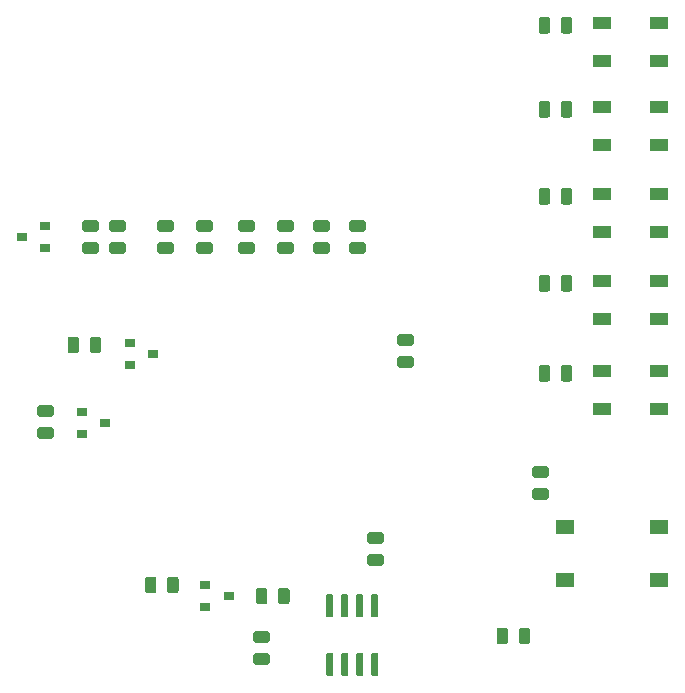
<source format=gbr>
G04 #@! TF.GenerationSoftware,KiCad,Pcbnew,(5.1.5)-3*
G04 #@! TF.CreationDate,2020-04-27T21:57:51+02:00*
G04 #@! TF.ProjectId,czujnikParkowania,637a756a-6e69-46b5-9061-726b6f77616e,rev?*
G04 #@! TF.SameCoordinates,Original*
G04 #@! TF.FileFunction,Paste,Top*
G04 #@! TF.FilePolarity,Positive*
%FSLAX46Y46*%
G04 Gerber Fmt 4.6, Leading zero omitted, Abs format (unit mm)*
G04 Created by KiCad (PCBNEW (5.1.5)-3) date 2020-04-27 21:57:51*
%MOMM*%
%LPD*%
G04 APERTURE LIST*
%ADD10C,0.100000*%
%ADD11R,1.500000X1.000000*%
%ADD12R,0.900000X0.800000*%
%ADD13R,1.550000X1.300000*%
G04 APERTURE END LIST*
D10*
G36*
X57630142Y-70936174D02*
G01*
X57653803Y-70939684D01*
X57677007Y-70945496D01*
X57699529Y-70953554D01*
X57721153Y-70963782D01*
X57741670Y-70976079D01*
X57760883Y-70990329D01*
X57778607Y-71006393D01*
X57794671Y-71024117D01*
X57808921Y-71043330D01*
X57821218Y-71063847D01*
X57831446Y-71085471D01*
X57839504Y-71107993D01*
X57845316Y-71131197D01*
X57848826Y-71154858D01*
X57850000Y-71178750D01*
X57850000Y-71666250D01*
X57848826Y-71690142D01*
X57845316Y-71713803D01*
X57839504Y-71737007D01*
X57831446Y-71759529D01*
X57821218Y-71781153D01*
X57808921Y-71801670D01*
X57794671Y-71820883D01*
X57778607Y-71838607D01*
X57760883Y-71854671D01*
X57741670Y-71868921D01*
X57721153Y-71881218D01*
X57699529Y-71891446D01*
X57677007Y-71899504D01*
X57653803Y-71905316D01*
X57630142Y-71908826D01*
X57606250Y-71910000D01*
X56693750Y-71910000D01*
X56669858Y-71908826D01*
X56646197Y-71905316D01*
X56622993Y-71899504D01*
X56600471Y-71891446D01*
X56578847Y-71881218D01*
X56558330Y-71868921D01*
X56539117Y-71854671D01*
X56521393Y-71838607D01*
X56505329Y-71820883D01*
X56491079Y-71801670D01*
X56478782Y-71781153D01*
X56468554Y-71759529D01*
X56460496Y-71737007D01*
X56454684Y-71713803D01*
X56451174Y-71690142D01*
X56450000Y-71666250D01*
X56450000Y-71178750D01*
X56451174Y-71154858D01*
X56454684Y-71131197D01*
X56460496Y-71107993D01*
X56468554Y-71085471D01*
X56478782Y-71063847D01*
X56491079Y-71043330D01*
X56505329Y-71024117D01*
X56521393Y-71006393D01*
X56539117Y-70990329D01*
X56558330Y-70976079D01*
X56578847Y-70963782D01*
X56600471Y-70953554D01*
X56622993Y-70945496D01*
X56646197Y-70939684D01*
X56669858Y-70936174D01*
X56693750Y-70935000D01*
X57606250Y-70935000D01*
X57630142Y-70936174D01*
G37*
G36*
X57630142Y-69061174D02*
G01*
X57653803Y-69064684D01*
X57677007Y-69070496D01*
X57699529Y-69078554D01*
X57721153Y-69088782D01*
X57741670Y-69101079D01*
X57760883Y-69115329D01*
X57778607Y-69131393D01*
X57794671Y-69149117D01*
X57808921Y-69168330D01*
X57821218Y-69188847D01*
X57831446Y-69210471D01*
X57839504Y-69232993D01*
X57845316Y-69256197D01*
X57848826Y-69279858D01*
X57850000Y-69303750D01*
X57850000Y-69791250D01*
X57848826Y-69815142D01*
X57845316Y-69838803D01*
X57839504Y-69862007D01*
X57831446Y-69884529D01*
X57821218Y-69906153D01*
X57808921Y-69926670D01*
X57794671Y-69945883D01*
X57778607Y-69963607D01*
X57760883Y-69979671D01*
X57741670Y-69993921D01*
X57721153Y-70006218D01*
X57699529Y-70016446D01*
X57677007Y-70024504D01*
X57653803Y-70030316D01*
X57630142Y-70033826D01*
X57606250Y-70035000D01*
X56693750Y-70035000D01*
X56669858Y-70033826D01*
X56646197Y-70030316D01*
X56622993Y-70024504D01*
X56600471Y-70016446D01*
X56578847Y-70006218D01*
X56558330Y-69993921D01*
X56539117Y-69979671D01*
X56521393Y-69963607D01*
X56505329Y-69945883D01*
X56491079Y-69926670D01*
X56478782Y-69906153D01*
X56468554Y-69884529D01*
X56460496Y-69862007D01*
X56454684Y-69838803D01*
X56451174Y-69815142D01*
X56450000Y-69791250D01*
X56450000Y-69303750D01*
X56451174Y-69279858D01*
X56454684Y-69256197D01*
X56460496Y-69232993D01*
X56468554Y-69210471D01*
X56478782Y-69188847D01*
X56491079Y-69168330D01*
X56505329Y-69149117D01*
X56521393Y-69131393D01*
X56539117Y-69115329D01*
X56558330Y-69101079D01*
X56578847Y-69088782D01*
X56600471Y-69078554D01*
X56622993Y-69070496D01*
X56646197Y-69064684D01*
X56669858Y-69061174D01*
X56693750Y-69060000D01*
X57606250Y-69060000D01*
X57630142Y-69061174D01*
G37*
G36*
X68164142Y-77152174D02*
G01*
X68187803Y-77155684D01*
X68211007Y-77161496D01*
X68233529Y-77169554D01*
X68255153Y-77179782D01*
X68275670Y-77192079D01*
X68294883Y-77206329D01*
X68312607Y-77222393D01*
X68328671Y-77240117D01*
X68342921Y-77259330D01*
X68355218Y-77279847D01*
X68365446Y-77301471D01*
X68373504Y-77323993D01*
X68379316Y-77347197D01*
X68382826Y-77370858D01*
X68384000Y-77394750D01*
X68384000Y-78307250D01*
X68382826Y-78331142D01*
X68379316Y-78354803D01*
X68373504Y-78378007D01*
X68365446Y-78400529D01*
X68355218Y-78422153D01*
X68342921Y-78442670D01*
X68328671Y-78461883D01*
X68312607Y-78479607D01*
X68294883Y-78495671D01*
X68275670Y-78509921D01*
X68255153Y-78522218D01*
X68233529Y-78532446D01*
X68211007Y-78540504D01*
X68187803Y-78546316D01*
X68164142Y-78549826D01*
X68140250Y-78551000D01*
X67652750Y-78551000D01*
X67628858Y-78549826D01*
X67605197Y-78546316D01*
X67581993Y-78540504D01*
X67559471Y-78532446D01*
X67537847Y-78522218D01*
X67517330Y-78509921D01*
X67498117Y-78495671D01*
X67480393Y-78479607D01*
X67464329Y-78461883D01*
X67450079Y-78442670D01*
X67437782Y-78422153D01*
X67427554Y-78400529D01*
X67419496Y-78378007D01*
X67413684Y-78354803D01*
X67410174Y-78331142D01*
X67409000Y-78307250D01*
X67409000Y-77394750D01*
X67410174Y-77370858D01*
X67413684Y-77347197D01*
X67419496Y-77323993D01*
X67427554Y-77301471D01*
X67437782Y-77279847D01*
X67450079Y-77259330D01*
X67464329Y-77240117D01*
X67480393Y-77222393D01*
X67498117Y-77206329D01*
X67517330Y-77192079D01*
X67537847Y-77179782D01*
X67559471Y-77169554D01*
X67581993Y-77161496D01*
X67605197Y-77155684D01*
X67628858Y-77152174D01*
X67652750Y-77151000D01*
X68140250Y-77151000D01*
X68164142Y-77152174D01*
G37*
G36*
X70039142Y-77152174D02*
G01*
X70062803Y-77155684D01*
X70086007Y-77161496D01*
X70108529Y-77169554D01*
X70130153Y-77179782D01*
X70150670Y-77192079D01*
X70169883Y-77206329D01*
X70187607Y-77222393D01*
X70203671Y-77240117D01*
X70217921Y-77259330D01*
X70230218Y-77279847D01*
X70240446Y-77301471D01*
X70248504Y-77323993D01*
X70254316Y-77347197D01*
X70257826Y-77370858D01*
X70259000Y-77394750D01*
X70259000Y-78307250D01*
X70257826Y-78331142D01*
X70254316Y-78354803D01*
X70248504Y-78378007D01*
X70240446Y-78400529D01*
X70230218Y-78422153D01*
X70217921Y-78442670D01*
X70203671Y-78461883D01*
X70187607Y-78479607D01*
X70169883Y-78495671D01*
X70150670Y-78509921D01*
X70130153Y-78522218D01*
X70108529Y-78532446D01*
X70086007Y-78540504D01*
X70062803Y-78546316D01*
X70039142Y-78549826D01*
X70015250Y-78551000D01*
X69527750Y-78551000D01*
X69503858Y-78549826D01*
X69480197Y-78546316D01*
X69456993Y-78540504D01*
X69434471Y-78532446D01*
X69412847Y-78522218D01*
X69392330Y-78509921D01*
X69373117Y-78495671D01*
X69355393Y-78479607D01*
X69339329Y-78461883D01*
X69325079Y-78442670D01*
X69312782Y-78422153D01*
X69302554Y-78400529D01*
X69294496Y-78378007D01*
X69288684Y-78354803D01*
X69285174Y-78331142D01*
X69284000Y-78307250D01*
X69284000Y-77394750D01*
X69285174Y-77370858D01*
X69288684Y-77347197D01*
X69294496Y-77323993D01*
X69302554Y-77301471D01*
X69312782Y-77279847D01*
X69325079Y-77259330D01*
X69339329Y-77240117D01*
X69355393Y-77222393D01*
X69373117Y-77206329D01*
X69392330Y-77192079D01*
X69412847Y-77179782D01*
X69434471Y-77169554D01*
X69456993Y-77161496D01*
X69480197Y-77155684D01*
X69503858Y-77152174D01*
X69527750Y-77151000D01*
X70015250Y-77151000D01*
X70039142Y-77152174D01*
G37*
G36*
X71600142Y-63473174D02*
G01*
X71623803Y-63476684D01*
X71647007Y-63482496D01*
X71669529Y-63490554D01*
X71691153Y-63500782D01*
X71711670Y-63513079D01*
X71730883Y-63527329D01*
X71748607Y-63543393D01*
X71764671Y-63561117D01*
X71778921Y-63580330D01*
X71791218Y-63600847D01*
X71801446Y-63622471D01*
X71809504Y-63644993D01*
X71815316Y-63668197D01*
X71818826Y-63691858D01*
X71820000Y-63715750D01*
X71820000Y-64203250D01*
X71818826Y-64227142D01*
X71815316Y-64250803D01*
X71809504Y-64274007D01*
X71801446Y-64296529D01*
X71791218Y-64318153D01*
X71778921Y-64338670D01*
X71764671Y-64357883D01*
X71748607Y-64375607D01*
X71730883Y-64391671D01*
X71711670Y-64405921D01*
X71691153Y-64418218D01*
X71669529Y-64428446D01*
X71647007Y-64436504D01*
X71623803Y-64442316D01*
X71600142Y-64445826D01*
X71576250Y-64447000D01*
X70663750Y-64447000D01*
X70639858Y-64445826D01*
X70616197Y-64442316D01*
X70592993Y-64436504D01*
X70570471Y-64428446D01*
X70548847Y-64418218D01*
X70528330Y-64405921D01*
X70509117Y-64391671D01*
X70491393Y-64375607D01*
X70475329Y-64357883D01*
X70461079Y-64338670D01*
X70448782Y-64318153D01*
X70438554Y-64296529D01*
X70430496Y-64274007D01*
X70424684Y-64250803D01*
X70421174Y-64227142D01*
X70420000Y-64203250D01*
X70420000Y-63715750D01*
X70421174Y-63691858D01*
X70424684Y-63668197D01*
X70430496Y-63644993D01*
X70438554Y-63622471D01*
X70448782Y-63600847D01*
X70461079Y-63580330D01*
X70475329Y-63561117D01*
X70491393Y-63543393D01*
X70509117Y-63527329D01*
X70528330Y-63513079D01*
X70548847Y-63500782D01*
X70570471Y-63490554D01*
X70592993Y-63482496D01*
X70616197Y-63476684D01*
X70639858Y-63473174D01*
X70663750Y-63472000D01*
X71576250Y-63472000D01*
X71600142Y-63473174D01*
G37*
G36*
X71600142Y-65348174D02*
G01*
X71623803Y-65351684D01*
X71647007Y-65357496D01*
X71669529Y-65365554D01*
X71691153Y-65375782D01*
X71711670Y-65388079D01*
X71730883Y-65402329D01*
X71748607Y-65418393D01*
X71764671Y-65436117D01*
X71778921Y-65455330D01*
X71791218Y-65475847D01*
X71801446Y-65497471D01*
X71809504Y-65519993D01*
X71815316Y-65543197D01*
X71818826Y-65566858D01*
X71820000Y-65590750D01*
X71820000Y-66078250D01*
X71818826Y-66102142D01*
X71815316Y-66125803D01*
X71809504Y-66149007D01*
X71801446Y-66171529D01*
X71791218Y-66193153D01*
X71778921Y-66213670D01*
X71764671Y-66232883D01*
X71748607Y-66250607D01*
X71730883Y-66266671D01*
X71711670Y-66280921D01*
X71691153Y-66293218D01*
X71669529Y-66303446D01*
X71647007Y-66311504D01*
X71623803Y-66317316D01*
X71600142Y-66320826D01*
X71576250Y-66322000D01*
X70663750Y-66322000D01*
X70639858Y-66320826D01*
X70616197Y-66317316D01*
X70592993Y-66311504D01*
X70570471Y-66303446D01*
X70548847Y-66293218D01*
X70528330Y-66280921D01*
X70509117Y-66266671D01*
X70491393Y-66250607D01*
X70475329Y-66232883D01*
X70461079Y-66213670D01*
X70448782Y-66193153D01*
X70438554Y-66171529D01*
X70430496Y-66149007D01*
X70424684Y-66125803D01*
X70421174Y-66102142D01*
X70420000Y-66078250D01*
X70420000Y-65590750D01*
X70421174Y-65566858D01*
X70424684Y-65543197D01*
X70430496Y-65519993D01*
X70438554Y-65497471D01*
X70448782Y-65475847D01*
X70461079Y-65455330D01*
X70475329Y-65436117D01*
X70491393Y-65418393D01*
X70509117Y-65402329D01*
X70528330Y-65388079D01*
X70548847Y-65375782D01*
X70570471Y-65365554D01*
X70592993Y-65357496D01*
X70616197Y-65351684D01*
X70639858Y-65348174D01*
X70663750Y-65347000D01*
X71576250Y-65347000D01*
X71600142Y-65348174D01*
G37*
G36*
X71720142Y-54927174D02*
G01*
X71743803Y-54930684D01*
X71767007Y-54936496D01*
X71789529Y-54944554D01*
X71811153Y-54954782D01*
X71831670Y-54967079D01*
X71850883Y-54981329D01*
X71868607Y-54997393D01*
X71884671Y-55015117D01*
X71898921Y-55034330D01*
X71911218Y-55054847D01*
X71921446Y-55076471D01*
X71929504Y-55098993D01*
X71935316Y-55122197D01*
X71938826Y-55145858D01*
X71940000Y-55169750D01*
X71940000Y-56082250D01*
X71938826Y-56106142D01*
X71935316Y-56129803D01*
X71929504Y-56153007D01*
X71921446Y-56175529D01*
X71911218Y-56197153D01*
X71898921Y-56217670D01*
X71884671Y-56236883D01*
X71868607Y-56254607D01*
X71850883Y-56270671D01*
X71831670Y-56284921D01*
X71811153Y-56297218D01*
X71789529Y-56307446D01*
X71767007Y-56315504D01*
X71743803Y-56321316D01*
X71720142Y-56324826D01*
X71696250Y-56326000D01*
X71208750Y-56326000D01*
X71184858Y-56324826D01*
X71161197Y-56321316D01*
X71137993Y-56315504D01*
X71115471Y-56307446D01*
X71093847Y-56297218D01*
X71073330Y-56284921D01*
X71054117Y-56270671D01*
X71036393Y-56254607D01*
X71020329Y-56236883D01*
X71006079Y-56217670D01*
X70993782Y-56197153D01*
X70983554Y-56175529D01*
X70975496Y-56153007D01*
X70969684Y-56129803D01*
X70966174Y-56106142D01*
X70965000Y-56082250D01*
X70965000Y-55169750D01*
X70966174Y-55145858D01*
X70969684Y-55122197D01*
X70975496Y-55098993D01*
X70983554Y-55076471D01*
X70993782Y-55054847D01*
X71006079Y-55034330D01*
X71020329Y-55015117D01*
X71036393Y-54997393D01*
X71054117Y-54981329D01*
X71073330Y-54967079D01*
X71093847Y-54954782D01*
X71115471Y-54944554D01*
X71137993Y-54936496D01*
X71161197Y-54930684D01*
X71184858Y-54927174D01*
X71208750Y-54926000D01*
X71696250Y-54926000D01*
X71720142Y-54927174D01*
G37*
G36*
X73595142Y-54927174D02*
G01*
X73618803Y-54930684D01*
X73642007Y-54936496D01*
X73664529Y-54944554D01*
X73686153Y-54954782D01*
X73706670Y-54967079D01*
X73725883Y-54981329D01*
X73743607Y-54997393D01*
X73759671Y-55015117D01*
X73773921Y-55034330D01*
X73786218Y-55054847D01*
X73796446Y-55076471D01*
X73804504Y-55098993D01*
X73810316Y-55122197D01*
X73813826Y-55145858D01*
X73815000Y-55169750D01*
X73815000Y-56082250D01*
X73813826Y-56106142D01*
X73810316Y-56129803D01*
X73804504Y-56153007D01*
X73796446Y-56175529D01*
X73786218Y-56197153D01*
X73773921Y-56217670D01*
X73759671Y-56236883D01*
X73743607Y-56254607D01*
X73725883Y-56270671D01*
X73706670Y-56284921D01*
X73686153Y-56297218D01*
X73664529Y-56307446D01*
X73642007Y-56315504D01*
X73618803Y-56321316D01*
X73595142Y-56324826D01*
X73571250Y-56326000D01*
X73083750Y-56326000D01*
X73059858Y-56324826D01*
X73036197Y-56321316D01*
X73012993Y-56315504D01*
X72990471Y-56307446D01*
X72968847Y-56297218D01*
X72948330Y-56284921D01*
X72929117Y-56270671D01*
X72911393Y-56254607D01*
X72895329Y-56236883D01*
X72881079Y-56217670D01*
X72868782Y-56197153D01*
X72858554Y-56175529D01*
X72850496Y-56153007D01*
X72844684Y-56129803D01*
X72841174Y-56106142D01*
X72840000Y-56082250D01*
X72840000Y-55169750D01*
X72841174Y-55145858D01*
X72844684Y-55122197D01*
X72850496Y-55098993D01*
X72858554Y-55076471D01*
X72868782Y-55054847D01*
X72881079Y-55034330D01*
X72895329Y-55015117D01*
X72911393Y-54997393D01*
X72929117Y-54981329D01*
X72948330Y-54967079D01*
X72968847Y-54954782D01*
X72990471Y-54944554D01*
X73012993Y-54936496D01*
X73036197Y-54930684D01*
X73059858Y-54927174D01*
X73083750Y-54926000D01*
X73571250Y-54926000D01*
X73595142Y-54927174D01*
G37*
D11*
X76290000Y-55423000D03*
X76290000Y-58623000D03*
X81190000Y-55423000D03*
X81190000Y-58623000D03*
X81190000Y-51003000D03*
X81190000Y-47803000D03*
X76290000Y-51003000D03*
X76290000Y-47803000D03*
X76290000Y-40437000D03*
X76290000Y-43637000D03*
X81190000Y-40437000D03*
X81190000Y-43637000D03*
X81190000Y-36271000D03*
X81190000Y-33071000D03*
X76290000Y-36271000D03*
X76290000Y-33071000D03*
X76290000Y-25959000D03*
X76290000Y-29159000D03*
X81190000Y-25959000D03*
X81190000Y-29159000D03*
D12*
X44751500Y-74485500D03*
X42751500Y-75435500D03*
X42751500Y-73535500D03*
D10*
G36*
X57251203Y-74338222D02*
G01*
X57265764Y-74340382D01*
X57280043Y-74343959D01*
X57293903Y-74348918D01*
X57307210Y-74355212D01*
X57319836Y-74362780D01*
X57331659Y-74371548D01*
X57342566Y-74381434D01*
X57352452Y-74392341D01*
X57361220Y-74404164D01*
X57368788Y-74416790D01*
X57375082Y-74430097D01*
X57380041Y-74443957D01*
X57383618Y-74458236D01*
X57385778Y-74472797D01*
X57386500Y-74487500D01*
X57386500Y-76137500D01*
X57385778Y-76152203D01*
X57383618Y-76166764D01*
X57380041Y-76181043D01*
X57375082Y-76194903D01*
X57368788Y-76208210D01*
X57361220Y-76220836D01*
X57352452Y-76232659D01*
X57342566Y-76243566D01*
X57331659Y-76253452D01*
X57319836Y-76262220D01*
X57307210Y-76269788D01*
X57293903Y-76276082D01*
X57280043Y-76281041D01*
X57265764Y-76284618D01*
X57251203Y-76286778D01*
X57236500Y-76287500D01*
X56936500Y-76287500D01*
X56921797Y-76286778D01*
X56907236Y-76284618D01*
X56892957Y-76281041D01*
X56879097Y-76276082D01*
X56865790Y-76269788D01*
X56853164Y-76262220D01*
X56841341Y-76253452D01*
X56830434Y-76243566D01*
X56820548Y-76232659D01*
X56811780Y-76220836D01*
X56804212Y-76208210D01*
X56797918Y-76194903D01*
X56792959Y-76181043D01*
X56789382Y-76166764D01*
X56787222Y-76152203D01*
X56786500Y-76137500D01*
X56786500Y-74487500D01*
X56787222Y-74472797D01*
X56789382Y-74458236D01*
X56792959Y-74443957D01*
X56797918Y-74430097D01*
X56804212Y-74416790D01*
X56811780Y-74404164D01*
X56820548Y-74392341D01*
X56830434Y-74381434D01*
X56841341Y-74371548D01*
X56853164Y-74362780D01*
X56865790Y-74355212D01*
X56879097Y-74348918D01*
X56892957Y-74343959D01*
X56907236Y-74340382D01*
X56921797Y-74338222D01*
X56936500Y-74337500D01*
X57236500Y-74337500D01*
X57251203Y-74338222D01*
G37*
G36*
X55981203Y-74338222D02*
G01*
X55995764Y-74340382D01*
X56010043Y-74343959D01*
X56023903Y-74348918D01*
X56037210Y-74355212D01*
X56049836Y-74362780D01*
X56061659Y-74371548D01*
X56072566Y-74381434D01*
X56082452Y-74392341D01*
X56091220Y-74404164D01*
X56098788Y-74416790D01*
X56105082Y-74430097D01*
X56110041Y-74443957D01*
X56113618Y-74458236D01*
X56115778Y-74472797D01*
X56116500Y-74487500D01*
X56116500Y-76137500D01*
X56115778Y-76152203D01*
X56113618Y-76166764D01*
X56110041Y-76181043D01*
X56105082Y-76194903D01*
X56098788Y-76208210D01*
X56091220Y-76220836D01*
X56082452Y-76232659D01*
X56072566Y-76243566D01*
X56061659Y-76253452D01*
X56049836Y-76262220D01*
X56037210Y-76269788D01*
X56023903Y-76276082D01*
X56010043Y-76281041D01*
X55995764Y-76284618D01*
X55981203Y-76286778D01*
X55966500Y-76287500D01*
X55666500Y-76287500D01*
X55651797Y-76286778D01*
X55637236Y-76284618D01*
X55622957Y-76281041D01*
X55609097Y-76276082D01*
X55595790Y-76269788D01*
X55583164Y-76262220D01*
X55571341Y-76253452D01*
X55560434Y-76243566D01*
X55550548Y-76232659D01*
X55541780Y-76220836D01*
X55534212Y-76208210D01*
X55527918Y-76194903D01*
X55522959Y-76181043D01*
X55519382Y-76166764D01*
X55517222Y-76152203D01*
X55516500Y-76137500D01*
X55516500Y-74487500D01*
X55517222Y-74472797D01*
X55519382Y-74458236D01*
X55522959Y-74443957D01*
X55527918Y-74430097D01*
X55534212Y-74416790D01*
X55541780Y-74404164D01*
X55550548Y-74392341D01*
X55560434Y-74381434D01*
X55571341Y-74371548D01*
X55583164Y-74362780D01*
X55595790Y-74355212D01*
X55609097Y-74348918D01*
X55622957Y-74343959D01*
X55637236Y-74340382D01*
X55651797Y-74338222D01*
X55666500Y-74337500D01*
X55966500Y-74337500D01*
X55981203Y-74338222D01*
G37*
G36*
X54711203Y-74338222D02*
G01*
X54725764Y-74340382D01*
X54740043Y-74343959D01*
X54753903Y-74348918D01*
X54767210Y-74355212D01*
X54779836Y-74362780D01*
X54791659Y-74371548D01*
X54802566Y-74381434D01*
X54812452Y-74392341D01*
X54821220Y-74404164D01*
X54828788Y-74416790D01*
X54835082Y-74430097D01*
X54840041Y-74443957D01*
X54843618Y-74458236D01*
X54845778Y-74472797D01*
X54846500Y-74487500D01*
X54846500Y-76137500D01*
X54845778Y-76152203D01*
X54843618Y-76166764D01*
X54840041Y-76181043D01*
X54835082Y-76194903D01*
X54828788Y-76208210D01*
X54821220Y-76220836D01*
X54812452Y-76232659D01*
X54802566Y-76243566D01*
X54791659Y-76253452D01*
X54779836Y-76262220D01*
X54767210Y-76269788D01*
X54753903Y-76276082D01*
X54740043Y-76281041D01*
X54725764Y-76284618D01*
X54711203Y-76286778D01*
X54696500Y-76287500D01*
X54396500Y-76287500D01*
X54381797Y-76286778D01*
X54367236Y-76284618D01*
X54352957Y-76281041D01*
X54339097Y-76276082D01*
X54325790Y-76269788D01*
X54313164Y-76262220D01*
X54301341Y-76253452D01*
X54290434Y-76243566D01*
X54280548Y-76232659D01*
X54271780Y-76220836D01*
X54264212Y-76208210D01*
X54257918Y-76194903D01*
X54252959Y-76181043D01*
X54249382Y-76166764D01*
X54247222Y-76152203D01*
X54246500Y-76137500D01*
X54246500Y-74487500D01*
X54247222Y-74472797D01*
X54249382Y-74458236D01*
X54252959Y-74443957D01*
X54257918Y-74430097D01*
X54264212Y-74416790D01*
X54271780Y-74404164D01*
X54280548Y-74392341D01*
X54290434Y-74381434D01*
X54301341Y-74371548D01*
X54313164Y-74362780D01*
X54325790Y-74355212D01*
X54339097Y-74348918D01*
X54352957Y-74343959D01*
X54367236Y-74340382D01*
X54381797Y-74338222D01*
X54396500Y-74337500D01*
X54696500Y-74337500D01*
X54711203Y-74338222D01*
G37*
G36*
X53441203Y-74338222D02*
G01*
X53455764Y-74340382D01*
X53470043Y-74343959D01*
X53483903Y-74348918D01*
X53497210Y-74355212D01*
X53509836Y-74362780D01*
X53521659Y-74371548D01*
X53532566Y-74381434D01*
X53542452Y-74392341D01*
X53551220Y-74404164D01*
X53558788Y-74416790D01*
X53565082Y-74430097D01*
X53570041Y-74443957D01*
X53573618Y-74458236D01*
X53575778Y-74472797D01*
X53576500Y-74487500D01*
X53576500Y-76137500D01*
X53575778Y-76152203D01*
X53573618Y-76166764D01*
X53570041Y-76181043D01*
X53565082Y-76194903D01*
X53558788Y-76208210D01*
X53551220Y-76220836D01*
X53542452Y-76232659D01*
X53532566Y-76243566D01*
X53521659Y-76253452D01*
X53509836Y-76262220D01*
X53497210Y-76269788D01*
X53483903Y-76276082D01*
X53470043Y-76281041D01*
X53455764Y-76284618D01*
X53441203Y-76286778D01*
X53426500Y-76287500D01*
X53126500Y-76287500D01*
X53111797Y-76286778D01*
X53097236Y-76284618D01*
X53082957Y-76281041D01*
X53069097Y-76276082D01*
X53055790Y-76269788D01*
X53043164Y-76262220D01*
X53031341Y-76253452D01*
X53020434Y-76243566D01*
X53010548Y-76232659D01*
X53001780Y-76220836D01*
X52994212Y-76208210D01*
X52987918Y-76194903D01*
X52982959Y-76181043D01*
X52979382Y-76166764D01*
X52977222Y-76152203D01*
X52976500Y-76137500D01*
X52976500Y-74487500D01*
X52977222Y-74472797D01*
X52979382Y-74458236D01*
X52982959Y-74443957D01*
X52987918Y-74430097D01*
X52994212Y-74416790D01*
X53001780Y-74404164D01*
X53010548Y-74392341D01*
X53020434Y-74381434D01*
X53031341Y-74371548D01*
X53043164Y-74362780D01*
X53055790Y-74355212D01*
X53069097Y-74348918D01*
X53082957Y-74343959D01*
X53097236Y-74340382D01*
X53111797Y-74338222D01*
X53126500Y-74337500D01*
X53426500Y-74337500D01*
X53441203Y-74338222D01*
G37*
G36*
X53441203Y-79288222D02*
G01*
X53455764Y-79290382D01*
X53470043Y-79293959D01*
X53483903Y-79298918D01*
X53497210Y-79305212D01*
X53509836Y-79312780D01*
X53521659Y-79321548D01*
X53532566Y-79331434D01*
X53542452Y-79342341D01*
X53551220Y-79354164D01*
X53558788Y-79366790D01*
X53565082Y-79380097D01*
X53570041Y-79393957D01*
X53573618Y-79408236D01*
X53575778Y-79422797D01*
X53576500Y-79437500D01*
X53576500Y-81087500D01*
X53575778Y-81102203D01*
X53573618Y-81116764D01*
X53570041Y-81131043D01*
X53565082Y-81144903D01*
X53558788Y-81158210D01*
X53551220Y-81170836D01*
X53542452Y-81182659D01*
X53532566Y-81193566D01*
X53521659Y-81203452D01*
X53509836Y-81212220D01*
X53497210Y-81219788D01*
X53483903Y-81226082D01*
X53470043Y-81231041D01*
X53455764Y-81234618D01*
X53441203Y-81236778D01*
X53426500Y-81237500D01*
X53126500Y-81237500D01*
X53111797Y-81236778D01*
X53097236Y-81234618D01*
X53082957Y-81231041D01*
X53069097Y-81226082D01*
X53055790Y-81219788D01*
X53043164Y-81212220D01*
X53031341Y-81203452D01*
X53020434Y-81193566D01*
X53010548Y-81182659D01*
X53001780Y-81170836D01*
X52994212Y-81158210D01*
X52987918Y-81144903D01*
X52982959Y-81131043D01*
X52979382Y-81116764D01*
X52977222Y-81102203D01*
X52976500Y-81087500D01*
X52976500Y-79437500D01*
X52977222Y-79422797D01*
X52979382Y-79408236D01*
X52982959Y-79393957D01*
X52987918Y-79380097D01*
X52994212Y-79366790D01*
X53001780Y-79354164D01*
X53010548Y-79342341D01*
X53020434Y-79331434D01*
X53031341Y-79321548D01*
X53043164Y-79312780D01*
X53055790Y-79305212D01*
X53069097Y-79298918D01*
X53082957Y-79293959D01*
X53097236Y-79290382D01*
X53111797Y-79288222D01*
X53126500Y-79287500D01*
X53426500Y-79287500D01*
X53441203Y-79288222D01*
G37*
G36*
X54711203Y-79288222D02*
G01*
X54725764Y-79290382D01*
X54740043Y-79293959D01*
X54753903Y-79298918D01*
X54767210Y-79305212D01*
X54779836Y-79312780D01*
X54791659Y-79321548D01*
X54802566Y-79331434D01*
X54812452Y-79342341D01*
X54821220Y-79354164D01*
X54828788Y-79366790D01*
X54835082Y-79380097D01*
X54840041Y-79393957D01*
X54843618Y-79408236D01*
X54845778Y-79422797D01*
X54846500Y-79437500D01*
X54846500Y-81087500D01*
X54845778Y-81102203D01*
X54843618Y-81116764D01*
X54840041Y-81131043D01*
X54835082Y-81144903D01*
X54828788Y-81158210D01*
X54821220Y-81170836D01*
X54812452Y-81182659D01*
X54802566Y-81193566D01*
X54791659Y-81203452D01*
X54779836Y-81212220D01*
X54767210Y-81219788D01*
X54753903Y-81226082D01*
X54740043Y-81231041D01*
X54725764Y-81234618D01*
X54711203Y-81236778D01*
X54696500Y-81237500D01*
X54396500Y-81237500D01*
X54381797Y-81236778D01*
X54367236Y-81234618D01*
X54352957Y-81231041D01*
X54339097Y-81226082D01*
X54325790Y-81219788D01*
X54313164Y-81212220D01*
X54301341Y-81203452D01*
X54290434Y-81193566D01*
X54280548Y-81182659D01*
X54271780Y-81170836D01*
X54264212Y-81158210D01*
X54257918Y-81144903D01*
X54252959Y-81131043D01*
X54249382Y-81116764D01*
X54247222Y-81102203D01*
X54246500Y-81087500D01*
X54246500Y-79437500D01*
X54247222Y-79422797D01*
X54249382Y-79408236D01*
X54252959Y-79393957D01*
X54257918Y-79380097D01*
X54264212Y-79366790D01*
X54271780Y-79354164D01*
X54280548Y-79342341D01*
X54290434Y-79331434D01*
X54301341Y-79321548D01*
X54313164Y-79312780D01*
X54325790Y-79305212D01*
X54339097Y-79298918D01*
X54352957Y-79293959D01*
X54367236Y-79290382D01*
X54381797Y-79288222D01*
X54396500Y-79287500D01*
X54696500Y-79287500D01*
X54711203Y-79288222D01*
G37*
G36*
X55981203Y-79288222D02*
G01*
X55995764Y-79290382D01*
X56010043Y-79293959D01*
X56023903Y-79298918D01*
X56037210Y-79305212D01*
X56049836Y-79312780D01*
X56061659Y-79321548D01*
X56072566Y-79331434D01*
X56082452Y-79342341D01*
X56091220Y-79354164D01*
X56098788Y-79366790D01*
X56105082Y-79380097D01*
X56110041Y-79393957D01*
X56113618Y-79408236D01*
X56115778Y-79422797D01*
X56116500Y-79437500D01*
X56116500Y-81087500D01*
X56115778Y-81102203D01*
X56113618Y-81116764D01*
X56110041Y-81131043D01*
X56105082Y-81144903D01*
X56098788Y-81158210D01*
X56091220Y-81170836D01*
X56082452Y-81182659D01*
X56072566Y-81193566D01*
X56061659Y-81203452D01*
X56049836Y-81212220D01*
X56037210Y-81219788D01*
X56023903Y-81226082D01*
X56010043Y-81231041D01*
X55995764Y-81234618D01*
X55981203Y-81236778D01*
X55966500Y-81237500D01*
X55666500Y-81237500D01*
X55651797Y-81236778D01*
X55637236Y-81234618D01*
X55622957Y-81231041D01*
X55609097Y-81226082D01*
X55595790Y-81219788D01*
X55583164Y-81212220D01*
X55571341Y-81203452D01*
X55560434Y-81193566D01*
X55550548Y-81182659D01*
X55541780Y-81170836D01*
X55534212Y-81158210D01*
X55527918Y-81144903D01*
X55522959Y-81131043D01*
X55519382Y-81116764D01*
X55517222Y-81102203D01*
X55516500Y-81087500D01*
X55516500Y-79437500D01*
X55517222Y-79422797D01*
X55519382Y-79408236D01*
X55522959Y-79393957D01*
X55527918Y-79380097D01*
X55534212Y-79366790D01*
X55541780Y-79354164D01*
X55550548Y-79342341D01*
X55560434Y-79331434D01*
X55571341Y-79321548D01*
X55583164Y-79312780D01*
X55595790Y-79305212D01*
X55609097Y-79298918D01*
X55622957Y-79293959D01*
X55637236Y-79290382D01*
X55651797Y-79288222D01*
X55666500Y-79287500D01*
X55966500Y-79287500D01*
X55981203Y-79288222D01*
G37*
G36*
X57251203Y-79288222D02*
G01*
X57265764Y-79290382D01*
X57280043Y-79293959D01*
X57293903Y-79298918D01*
X57307210Y-79305212D01*
X57319836Y-79312780D01*
X57331659Y-79321548D01*
X57342566Y-79331434D01*
X57352452Y-79342341D01*
X57361220Y-79354164D01*
X57368788Y-79366790D01*
X57375082Y-79380097D01*
X57380041Y-79393957D01*
X57383618Y-79408236D01*
X57385778Y-79422797D01*
X57386500Y-79437500D01*
X57386500Y-81087500D01*
X57385778Y-81102203D01*
X57383618Y-81116764D01*
X57380041Y-81131043D01*
X57375082Y-81144903D01*
X57368788Y-81158210D01*
X57361220Y-81170836D01*
X57352452Y-81182659D01*
X57342566Y-81193566D01*
X57331659Y-81203452D01*
X57319836Y-81212220D01*
X57307210Y-81219788D01*
X57293903Y-81226082D01*
X57280043Y-81231041D01*
X57265764Y-81234618D01*
X57251203Y-81236778D01*
X57236500Y-81237500D01*
X56936500Y-81237500D01*
X56921797Y-81236778D01*
X56907236Y-81234618D01*
X56892957Y-81231041D01*
X56879097Y-81226082D01*
X56865790Y-81219788D01*
X56853164Y-81212220D01*
X56841341Y-81203452D01*
X56830434Y-81193566D01*
X56820548Y-81182659D01*
X56811780Y-81170836D01*
X56804212Y-81158210D01*
X56797918Y-81144903D01*
X56792959Y-81131043D01*
X56789382Y-81116764D01*
X56787222Y-81102203D01*
X56786500Y-81087500D01*
X56786500Y-79437500D01*
X56787222Y-79422797D01*
X56789382Y-79408236D01*
X56792959Y-79393957D01*
X56797918Y-79380097D01*
X56804212Y-79366790D01*
X56811780Y-79354164D01*
X56820548Y-79342341D01*
X56830434Y-79331434D01*
X56841341Y-79321548D01*
X56853164Y-79312780D01*
X56865790Y-79305212D01*
X56879097Y-79298918D01*
X56892957Y-79293959D01*
X56907236Y-79290382D01*
X56921797Y-79288222D01*
X56936500Y-79287500D01*
X57236500Y-79287500D01*
X57251203Y-79288222D01*
G37*
D12*
X32274000Y-58867000D03*
X32274000Y-60767000D03*
X34274000Y-59817000D03*
X36338000Y-53025000D03*
X36338000Y-54925000D03*
X38338000Y-53975000D03*
X27194000Y-44069000D03*
X29194000Y-43119000D03*
X29194000Y-45019000D03*
D10*
G36*
X47978142Y-77443174D02*
G01*
X48001803Y-77446684D01*
X48025007Y-77452496D01*
X48047529Y-77460554D01*
X48069153Y-77470782D01*
X48089670Y-77483079D01*
X48108883Y-77497329D01*
X48126607Y-77513393D01*
X48142671Y-77531117D01*
X48156921Y-77550330D01*
X48169218Y-77570847D01*
X48179446Y-77592471D01*
X48187504Y-77614993D01*
X48193316Y-77638197D01*
X48196826Y-77661858D01*
X48198000Y-77685750D01*
X48198000Y-78173250D01*
X48196826Y-78197142D01*
X48193316Y-78220803D01*
X48187504Y-78244007D01*
X48179446Y-78266529D01*
X48169218Y-78288153D01*
X48156921Y-78308670D01*
X48142671Y-78327883D01*
X48126607Y-78345607D01*
X48108883Y-78361671D01*
X48089670Y-78375921D01*
X48069153Y-78388218D01*
X48047529Y-78398446D01*
X48025007Y-78406504D01*
X48001803Y-78412316D01*
X47978142Y-78415826D01*
X47954250Y-78417000D01*
X47041750Y-78417000D01*
X47017858Y-78415826D01*
X46994197Y-78412316D01*
X46970993Y-78406504D01*
X46948471Y-78398446D01*
X46926847Y-78388218D01*
X46906330Y-78375921D01*
X46887117Y-78361671D01*
X46869393Y-78345607D01*
X46853329Y-78327883D01*
X46839079Y-78308670D01*
X46826782Y-78288153D01*
X46816554Y-78266529D01*
X46808496Y-78244007D01*
X46802684Y-78220803D01*
X46799174Y-78197142D01*
X46798000Y-78173250D01*
X46798000Y-77685750D01*
X46799174Y-77661858D01*
X46802684Y-77638197D01*
X46808496Y-77614993D01*
X46816554Y-77592471D01*
X46826782Y-77570847D01*
X46839079Y-77550330D01*
X46853329Y-77531117D01*
X46869393Y-77513393D01*
X46887117Y-77497329D01*
X46906330Y-77483079D01*
X46926847Y-77470782D01*
X46948471Y-77460554D01*
X46970993Y-77452496D01*
X46994197Y-77446684D01*
X47017858Y-77443174D01*
X47041750Y-77442000D01*
X47954250Y-77442000D01*
X47978142Y-77443174D01*
G37*
G36*
X47978142Y-79318174D02*
G01*
X48001803Y-79321684D01*
X48025007Y-79327496D01*
X48047529Y-79335554D01*
X48069153Y-79345782D01*
X48089670Y-79358079D01*
X48108883Y-79372329D01*
X48126607Y-79388393D01*
X48142671Y-79406117D01*
X48156921Y-79425330D01*
X48169218Y-79445847D01*
X48179446Y-79467471D01*
X48187504Y-79489993D01*
X48193316Y-79513197D01*
X48196826Y-79536858D01*
X48198000Y-79560750D01*
X48198000Y-80048250D01*
X48196826Y-80072142D01*
X48193316Y-80095803D01*
X48187504Y-80119007D01*
X48179446Y-80141529D01*
X48169218Y-80163153D01*
X48156921Y-80183670D01*
X48142671Y-80202883D01*
X48126607Y-80220607D01*
X48108883Y-80236671D01*
X48089670Y-80250921D01*
X48069153Y-80263218D01*
X48047529Y-80273446D01*
X48025007Y-80281504D01*
X48001803Y-80287316D01*
X47978142Y-80290826D01*
X47954250Y-80292000D01*
X47041750Y-80292000D01*
X47017858Y-80290826D01*
X46994197Y-80287316D01*
X46970993Y-80281504D01*
X46948471Y-80273446D01*
X46926847Y-80263218D01*
X46906330Y-80250921D01*
X46887117Y-80236671D01*
X46869393Y-80220607D01*
X46853329Y-80202883D01*
X46839079Y-80183670D01*
X46826782Y-80163153D01*
X46816554Y-80141529D01*
X46808496Y-80119007D01*
X46802684Y-80095803D01*
X46799174Y-80072142D01*
X46798000Y-80048250D01*
X46798000Y-79560750D01*
X46799174Y-79536858D01*
X46802684Y-79513197D01*
X46808496Y-79489993D01*
X46816554Y-79467471D01*
X46826782Y-79445847D01*
X46839079Y-79425330D01*
X46853329Y-79406117D01*
X46869393Y-79388393D01*
X46887117Y-79372329D01*
X46906330Y-79358079D01*
X46926847Y-79345782D01*
X46948471Y-79335554D01*
X46970993Y-79327496D01*
X46994197Y-79321684D01*
X47017858Y-79318174D01*
X47041750Y-79317000D01*
X47954250Y-79317000D01*
X47978142Y-79318174D01*
G37*
G36*
X49655642Y-73786674D02*
G01*
X49679303Y-73790184D01*
X49702507Y-73795996D01*
X49725029Y-73804054D01*
X49746653Y-73814282D01*
X49767170Y-73826579D01*
X49786383Y-73840829D01*
X49804107Y-73856893D01*
X49820171Y-73874617D01*
X49834421Y-73893830D01*
X49846718Y-73914347D01*
X49856946Y-73935971D01*
X49865004Y-73958493D01*
X49870816Y-73981697D01*
X49874326Y-74005358D01*
X49875500Y-74029250D01*
X49875500Y-74941750D01*
X49874326Y-74965642D01*
X49870816Y-74989303D01*
X49865004Y-75012507D01*
X49856946Y-75035029D01*
X49846718Y-75056653D01*
X49834421Y-75077170D01*
X49820171Y-75096383D01*
X49804107Y-75114107D01*
X49786383Y-75130171D01*
X49767170Y-75144421D01*
X49746653Y-75156718D01*
X49725029Y-75166946D01*
X49702507Y-75175004D01*
X49679303Y-75180816D01*
X49655642Y-75184326D01*
X49631750Y-75185500D01*
X49144250Y-75185500D01*
X49120358Y-75184326D01*
X49096697Y-75180816D01*
X49073493Y-75175004D01*
X49050971Y-75166946D01*
X49029347Y-75156718D01*
X49008830Y-75144421D01*
X48989617Y-75130171D01*
X48971893Y-75114107D01*
X48955829Y-75096383D01*
X48941579Y-75077170D01*
X48929282Y-75056653D01*
X48919054Y-75035029D01*
X48910996Y-75012507D01*
X48905184Y-74989303D01*
X48901674Y-74965642D01*
X48900500Y-74941750D01*
X48900500Y-74029250D01*
X48901674Y-74005358D01*
X48905184Y-73981697D01*
X48910996Y-73958493D01*
X48919054Y-73935971D01*
X48929282Y-73914347D01*
X48941579Y-73893830D01*
X48955829Y-73874617D01*
X48971893Y-73856893D01*
X48989617Y-73840829D01*
X49008830Y-73826579D01*
X49029347Y-73814282D01*
X49050971Y-73804054D01*
X49073493Y-73795996D01*
X49096697Y-73790184D01*
X49120358Y-73786674D01*
X49144250Y-73785500D01*
X49631750Y-73785500D01*
X49655642Y-73786674D01*
G37*
G36*
X47780642Y-73786674D02*
G01*
X47804303Y-73790184D01*
X47827507Y-73795996D01*
X47850029Y-73804054D01*
X47871653Y-73814282D01*
X47892170Y-73826579D01*
X47911383Y-73840829D01*
X47929107Y-73856893D01*
X47945171Y-73874617D01*
X47959421Y-73893830D01*
X47971718Y-73914347D01*
X47981946Y-73935971D01*
X47990004Y-73958493D01*
X47995816Y-73981697D01*
X47999326Y-74005358D01*
X48000500Y-74029250D01*
X48000500Y-74941750D01*
X47999326Y-74965642D01*
X47995816Y-74989303D01*
X47990004Y-75012507D01*
X47981946Y-75035029D01*
X47971718Y-75056653D01*
X47959421Y-75077170D01*
X47945171Y-75096383D01*
X47929107Y-75114107D01*
X47911383Y-75130171D01*
X47892170Y-75144421D01*
X47871653Y-75156718D01*
X47850029Y-75166946D01*
X47827507Y-75175004D01*
X47804303Y-75180816D01*
X47780642Y-75184326D01*
X47756750Y-75185500D01*
X47269250Y-75185500D01*
X47245358Y-75184326D01*
X47221697Y-75180816D01*
X47198493Y-75175004D01*
X47175971Y-75166946D01*
X47154347Y-75156718D01*
X47133830Y-75144421D01*
X47114617Y-75130171D01*
X47096893Y-75114107D01*
X47080829Y-75096383D01*
X47066579Y-75077170D01*
X47054282Y-75056653D01*
X47044054Y-75035029D01*
X47035996Y-75012507D01*
X47030184Y-74989303D01*
X47026674Y-74965642D01*
X47025500Y-74941750D01*
X47025500Y-74029250D01*
X47026674Y-74005358D01*
X47030184Y-73981697D01*
X47035996Y-73958493D01*
X47044054Y-73935971D01*
X47054282Y-73914347D01*
X47066579Y-73893830D01*
X47080829Y-73874617D01*
X47096893Y-73856893D01*
X47114617Y-73840829D01*
X47133830Y-73826579D01*
X47154347Y-73814282D01*
X47175971Y-73804054D01*
X47198493Y-73795996D01*
X47221697Y-73790184D01*
X47245358Y-73786674D01*
X47269250Y-73785500D01*
X47756750Y-73785500D01*
X47780642Y-73786674D01*
G37*
G36*
X38382642Y-72834174D02*
G01*
X38406303Y-72837684D01*
X38429507Y-72843496D01*
X38452029Y-72851554D01*
X38473653Y-72861782D01*
X38494170Y-72874079D01*
X38513383Y-72888329D01*
X38531107Y-72904393D01*
X38547171Y-72922117D01*
X38561421Y-72941330D01*
X38573718Y-72961847D01*
X38583946Y-72983471D01*
X38592004Y-73005993D01*
X38597816Y-73029197D01*
X38601326Y-73052858D01*
X38602500Y-73076750D01*
X38602500Y-73989250D01*
X38601326Y-74013142D01*
X38597816Y-74036803D01*
X38592004Y-74060007D01*
X38583946Y-74082529D01*
X38573718Y-74104153D01*
X38561421Y-74124670D01*
X38547171Y-74143883D01*
X38531107Y-74161607D01*
X38513383Y-74177671D01*
X38494170Y-74191921D01*
X38473653Y-74204218D01*
X38452029Y-74214446D01*
X38429507Y-74222504D01*
X38406303Y-74228316D01*
X38382642Y-74231826D01*
X38358750Y-74233000D01*
X37871250Y-74233000D01*
X37847358Y-74231826D01*
X37823697Y-74228316D01*
X37800493Y-74222504D01*
X37777971Y-74214446D01*
X37756347Y-74204218D01*
X37735830Y-74191921D01*
X37716617Y-74177671D01*
X37698893Y-74161607D01*
X37682829Y-74143883D01*
X37668579Y-74124670D01*
X37656282Y-74104153D01*
X37646054Y-74082529D01*
X37637996Y-74060007D01*
X37632184Y-74036803D01*
X37628674Y-74013142D01*
X37627500Y-73989250D01*
X37627500Y-73076750D01*
X37628674Y-73052858D01*
X37632184Y-73029197D01*
X37637996Y-73005993D01*
X37646054Y-72983471D01*
X37656282Y-72961847D01*
X37668579Y-72941330D01*
X37682829Y-72922117D01*
X37698893Y-72904393D01*
X37716617Y-72888329D01*
X37735830Y-72874079D01*
X37756347Y-72861782D01*
X37777971Y-72851554D01*
X37800493Y-72843496D01*
X37823697Y-72837684D01*
X37847358Y-72834174D01*
X37871250Y-72833000D01*
X38358750Y-72833000D01*
X38382642Y-72834174D01*
G37*
G36*
X40257642Y-72834174D02*
G01*
X40281303Y-72837684D01*
X40304507Y-72843496D01*
X40327029Y-72851554D01*
X40348653Y-72861782D01*
X40369170Y-72874079D01*
X40388383Y-72888329D01*
X40406107Y-72904393D01*
X40422171Y-72922117D01*
X40436421Y-72941330D01*
X40448718Y-72961847D01*
X40458946Y-72983471D01*
X40467004Y-73005993D01*
X40472816Y-73029197D01*
X40476326Y-73052858D01*
X40477500Y-73076750D01*
X40477500Y-73989250D01*
X40476326Y-74013142D01*
X40472816Y-74036803D01*
X40467004Y-74060007D01*
X40458946Y-74082529D01*
X40448718Y-74104153D01*
X40436421Y-74124670D01*
X40422171Y-74143883D01*
X40406107Y-74161607D01*
X40388383Y-74177671D01*
X40369170Y-74191921D01*
X40348653Y-74204218D01*
X40327029Y-74214446D01*
X40304507Y-74222504D01*
X40281303Y-74228316D01*
X40257642Y-74231826D01*
X40233750Y-74233000D01*
X39746250Y-74233000D01*
X39722358Y-74231826D01*
X39698697Y-74228316D01*
X39675493Y-74222504D01*
X39652971Y-74214446D01*
X39631347Y-74204218D01*
X39610830Y-74191921D01*
X39591617Y-74177671D01*
X39573893Y-74161607D01*
X39557829Y-74143883D01*
X39543579Y-74124670D01*
X39531282Y-74104153D01*
X39521054Y-74082529D01*
X39512996Y-74060007D01*
X39507184Y-74036803D01*
X39503674Y-74013142D01*
X39502500Y-73989250D01*
X39502500Y-73076750D01*
X39503674Y-73052858D01*
X39507184Y-73029197D01*
X39512996Y-73005993D01*
X39521054Y-72983471D01*
X39531282Y-72961847D01*
X39543579Y-72941330D01*
X39557829Y-72922117D01*
X39573893Y-72904393D01*
X39591617Y-72888329D01*
X39610830Y-72874079D01*
X39631347Y-72861782D01*
X39652971Y-72851554D01*
X39675493Y-72843496D01*
X39698697Y-72837684D01*
X39722358Y-72834174D01*
X39746250Y-72833000D01*
X40233750Y-72833000D01*
X40257642Y-72834174D01*
G37*
G36*
X60170142Y-54172174D02*
G01*
X60193803Y-54175684D01*
X60217007Y-54181496D01*
X60239529Y-54189554D01*
X60261153Y-54199782D01*
X60281670Y-54212079D01*
X60300883Y-54226329D01*
X60318607Y-54242393D01*
X60334671Y-54260117D01*
X60348921Y-54279330D01*
X60361218Y-54299847D01*
X60371446Y-54321471D01*
X60379504Y-54343993D01*
X60385316Y-54367197D01*
X60388826Y-54390858D01*
X60390000Y-54414750D01*
X60390000Y-54902250D01*
X60388826Y-54926142D01*
X60385316Y-54949803D01*
X60379504Y-54973007D01*
X60371446Y-54995529D01*
X60361218Y-55017153D01*
X60348921Y-55037670D01*
X60334671Y-55056883D01*
X60318607Y-55074607D01*
X60300883Y-55090671D01*
X60281670Y-55104921D01*
X60261153Y-55117218D01*
X60239529Y-55127446D01*
X60217007Y-55135504D01*
X60193803Y-55141316D01*
X60170142Y-55144826D01*
X60146250Y-55146000D01*
X59233750Y-55146000D01*
X59209858Y-55144826D01*
X59186197Y-55141316D01*
X59162993Y-55135504D01*
X59140471Y-55127446D01*
X59118847Y-55117218D01*
X59098330Y-55104921D01*
X59079117Y-55090671D01*
X59061393Y-55074607D01*
X59045329Y-55056883D01*
X59031079Y-55037670D01*
X59018782Y-55017153D01*
X59008554Y-54995529D01*
X59000496Y-54973007D01*
X58994684Y-54949803D01*
X58991174Y-54926142D01*
X58990000Y-54902250D01*
X58990000Y-54414750D01*
X58991174Y-54390858D01*
X58994684Y-54367197D01*
X59000496Y-54343993D01*
X59008554Y-54321471D01*
X59018782Y-54299847D01*
X59031079Y-54279330D01*
X59045329Y-54260117D01*
X59061393Y-54242393D01*
X59079117Y-54226329D01*
X59098330Y-54212079D01*
X59118847Y-54199782D01*
X59140471Y-54189554D01*
X59162993Y-54181496D01*
X59186197Y-54175684D01*
X59209858Y-54172174D01*
X59233750Y-54171000D01*
X60146250Y-54171000D01*
X60170142Y-54172174D01*
G37*
G36*
X60170142Y-52297174D02*
G01*
X60193803Y-52300684D01*
X60217007Y-52306496D01*
X60239529Y-52314554D01*
X60261153Y-52324782D01*
X60281670Y-52337079D01*
X60300883Y-52351329D01*
X60318607Y-52367393D01*
X60334671Y-52385117D01*
X60348921Y-52404330D01*
X60361218Y-52424847D01*
X60371446Y-52446471D01*
X60379504Y-52468993D01*
X60385316Y-52492197D01*
X60388826Y-52515858D01*
X60390000Y-52539750D01*
X60390000Y-53027250D01*
X60388826Y-53051142D01*
X60385316Y-53074803D01*
X60379504Y-53098007D01*
X60371446Y-53120529D01*
X60361218Y-53142153D01*
X60348921Y-53162670D01*
X60334671Y-53181883D01*
X60318607Y-53199607D01*
X60300883Y-53215671D01*
X60281670Y-53229921D01*
X60261153Y-53242218D01*
X60239529Y-53252446D01*
X60217007Y-53260504D01*
X60193803Y-53266316D01*
X60170142Y-53269826D01*
X60146250Y-53271000D01*
X59233750Y-53271000D01*
X59209858Y-53269826D01*
X59186197Y-53266316D01*
X59162993Y-53260504D01*
X59140471Y-53252446D01*
X59118847Y-53242218D01*
X59098330Y-53229921D01*
X59079117Y-53215671D01*
X59061393Y-53199607D01*
X59045329Y-53181883D01*
X59031079Y-53162670D01*
X59018782Y-53142153D01*
X59008554Y-53120529D01*
X59000496Y-53098007D01*
X58994684Y-53074803D01*
X58991174Y-53051142D01*
X58990000Y-53027250D01*
X58990000Y-52539750D01*
X58991174Y-52515858D01*
X58994684Y-52492197D01*
X59000496Y-52468993D01*
X59008554Y-52446471D01*
X59018782Y-52424847D01*
X59031079Y-52404330D01*
X59045329Y-52385117D01*
X59061393Y-52367393D01*
X59079117Y-52351329D01*
X59098330Y-52337079D01*
X59118847Y-52324782D01*
X59140471Y-52314554D01*
X59162993Y-52306496D01*
X59186197Y-52300684D01*
X59209858Y-52297174D01*
X59233750Y-52296000D01*
X60146250Y-52296000D01*
X60170142Y-52297174D01*
G37*
G36*
X29690142Y-58314674D02*
G01*
X29713803Y-58318184D01*
X29737007Y-58323996D01*
X29759529Y-58332054D01*
X29781153Y-58342282D01*
X29801670Y-58354579D01*
X29820883Y-58368829D01*
X29838607Y-58384893D01*
X29854671Y-58402617D01*
X29868921Y-58421830D01*
X29881218Y-58442347D01*
X29891446Y-58463971D01*
X29899504Y-58486493D01*
X29905316Y-58509697D01*
X29908826Y-58533358D01*
X29910000Y-58557250D01*
X29910000Y-59044750D01*
X29908826Y-59068642D01*
X29905316Y-59092303D01*
X29899504Y-59115507D01*
X29891446Y-59138029D01*
X29881218Y-59159653D01*
X29868921Y-59180170D01*
X29854671Y-59199383D01*
X29838607Y-59217107D01*
X29820883Y-59233171D01*
X29801670Y-59247421D01*
X29781153Y-59259718D01*
X29759529Y-59269946D01*
X29737007Y-59278004D01*
X29713803Y-59283816D01*
X29690142Y-59287326D01*
X29666250Y-59288500D01*
X28753750Y-59288500D01*
X28729858Y-59287326D01*
X28706197Y-59283816D01*
X28682993Y-59278004D01*
X28660471Y-59269946D01*
X28638847Y-59259718D01*
X28618330Y-59247421D01*
X28599117Y-59233171D01*
X28581393Y-59217107D01*
X28565329Y-59199383D01*
X28551079Y-59180170D01*
X28538782Y-59159653D01*
X28528554Y-59138029D01*
X28520496Y-59115507D01*
X28514684Y-59092303D01*
X28511174Y-59068642D01*
X28510000Y-59044750D01*
X28510000Y-58557250D01*
X28511174Y-58533358D01*
X28514684Y-58509697D01*
X28520496Y-58486493D01*
X28528554Y-58463971D01*
X28538782Y-58442347D01*
X28551079Y-58421830D01*
X28565329Y-58402617D01*
X28581393Y-58384893D01*
X28599117Y-58368829D01*
X28618330Y-58354579D01*
X28638847Y-58342282D01*
X28660471Y-58332054D01*
X28682993Y-58323996D01*
X28706197Y-58318184D01*
X28729858Y-58314674D01*
X28753750Y-58313500D01*
X29666250Y-58313500D01*
X29690142Y-58314674D01*
G37*
G36*
X29690142Y-60189674D02*
G01*
X29713803Y-60193184D01*
X29737007Y-60198996D01*
X29759529Y-60207054D01*
X29781153Y-60217282D01*
X29801670Y-60229579D01*
X29820883Y-60243829D01*
X29838607Y-60259893D01*
X29854671Y-60277617D01*
X29868921Y-60296830D01*
X29881218Y-60317347D01*
X29891446Y-60338971D01*
X29899504Y-60361493D01*
X29905316Y-60384697D01*
X29908826Y-60408358D01*
X29910000Y-60432250D01*
X29910000Y-60919750D01*
X29908826Y-60943642D01*
X29905316Y-60967303D01*
X29899504Y-60990507D01*
X29891446Y-61013029D01*
X29881218Y-61034653D01*
X29868921Y-61055170D01*
X29854671Y-61074383D01*
X29838607Y-61092107D01*
X29820883Y-61108171D01*
X29801670Y-61122421D01*
X29781153Y-61134718D01*
X29759529Y-61144946D01*
X29737007Y-61153004D01*
X29713803Y-61158816D01*
X29690142Y-61162326D01*
X29666250Y-61163500D01*
X28753750Y-61163500D01*
X28729858Y-61162326D01*
X28706197Y-61158816D01*
X28682993Y-61153004D01*
X28660471Y-61144946D01*
X28638847Y-61134718D01*
X28618330Y-61122421D01*
X28599117Y-61108171D01*
X28581393Y-61092107D01*
X28565329Y-61074383D01*
X28551079Y-61055170D01*
X28538782Y-61034653D01*
X28528554Y-61013029D01*
X28520496Y-60990507D01*
X28514684Y-60967303D01*
X28511174Y-60943642D01*
X28510000Y-60919750D01*
X28510000Y-60432250D01*
X28511174Y-60408358D01*
X28514684Y-60384697D01*
X28520496Y-60361493D01*
X28528554Y-60338971D01*
X28538782Y-60317347D01*
X28551079Y-60296830D01*
X28565329Y-60277617D01*
X28581393Y-60259893D01*
X28599117Y-60243829D01*
X28618330Y-60229579D01*
X28638847Y-60217282D01*
X28660471Y-60207054D01*
X28682993Y-60198996D01*
X28706197Y-60193184D01*
X28729858Y-60189674D01*
X28753750Y-60188500D01*
X29666250Y-60188500D01*
X29690142Y-60189674D01*
G37*
G36*
X33717142Y-52514174D02*
G01*
X33740803Y-52517684D01*
X33764007Y-52523496D01*
X33786529Y-52531554D01*
X33808153Y-52541782D01*
X33828670Y-52554079D01*
X33847883Y-52568329D01*
X33865607Y-52584393D01*
X33881671Y-52602117D01*
X33895921Y-52621330D01*
X33908218Y-52641847D01*
X33918446Y-52663471D01*
X33926504Y-52685993D01*
X33932316Y-52709197D01*
X33935826Y-52732858D01*
X33937000Y-52756750D01*
X33937000Y-53669250D01*
X33935826Y-53693142D01*
X33932316Y-53716803D01*
X33926504Y-53740007D01*
X33918446Y-53762529D01*
X33908218Y-53784153D01*
X33895921Y-53804670D01*
X33881671Y-53823883D01*
X33865607Y-53841607D01*
X33847883Y-53857671D01*
X33828670Y-53871921D01*
X33808153Y-53884218D01*
X33786529Y-53894446D01*
X33764007Y-53902504D01*
X33740803Y-53908316D01*
X33717142Y-53911826D01*
X33693250Y-53913000D01*
X33205750Y-53913000D01*
X33181858Y-53911826D01*
X33158197Y-53908316D01*
X33134993Y-53902504D01*
X33112471Y-53894446D01*
X33090847Y-53884218D01*
X33070330Y-53871921D01*
X33051117Y-53857671D01*
X33033393Y-53841607D01*
X33017329Y-53823883D01*
X33003079Y-53804670D01*
X32990782Y-53784153D01*
X32980554Y-53762529D01*
X32972496Y-53740007D01*
X32966684Y-53716803D01*
X32963174Y-53693142D01*
X32962000Y-53669250D01*
X32962000Y-52756750D01*
X32963174Y-52732858D01*
X32966684Y-52709197D01*
X32972496Y-52685993D01*
X32980554Y-52663471D01*
X32990782Y-52641847D01*
X33003079Y-52621330D01*
X33017329Y-52602117D01*
X33033393Y-52584393D01*
X33051117Y-52568329D01*
X33070330Y-52554079D01*
X33090847Y-52541782D01*
X33112471Y-52531554D01*
X33134993Y-52523496D01*
X33158197Y-52517684D01*
X33181858Y-52514174D01*
X33205750Y-52513000D01*
X33693250Y-52513000D01*
X33717142Y-52514174D01*
G37*
G36*
X31842142Y-52514174D02*
G01*
X31865803Y-52517684D01*
X31889007Y-52523496D01*
X31911529Y-52531554D01*
X31933153Y-52541782D01*
X31953670Y-52554079D01*
X31972883Y-52568329D01*
X31990607Y-52584393D01*
X32006671Y-52602117D01*
X32020921Y-52621330D01*
X32033218Y-52641847D01*
X32043446Y-52663471D01*
X32051504Y-52685993D01*
X32057316Y-52709197D01*
X32060826Y-52732858D01*
X32062000Y-52756750D01*
X32062000Y-53669250D01*
X32060826Y-53693142D01*
X32057316Y-53716803D01*
X32051504Y-53740007D01*
X32043446Y-53762529D01*
X32033218Y-53784153D01*
X32020921Y-53804670D01*
X32006671Y-53823883D01*
X31990607Y-53841607D01*
X31972883Y-53857671D01*
X31953670Y-53871921D01*
X31933153Y-53884218D01*
X31911529Y-53894446D01*
X31889007Y-53902504D01*
X31865803Y-53908316D01*
X31842142Y-53911826D01*
X31818250Y-53913000D01*
X31330750Y-53913000D01*
X31306858Y-53911826D01*
X31283197Y-53908316D01*
X31259993Y-53902504D01*
X31237471Y-53894446D01*
X31215847Y-53884218D01*
X31195330Y-53871921D01*
X31176117Y-53857671D01*
X31158393Y-53841607D01*
X31142329Y-53823883D01*
X31128079Y-53804670D01*
X31115782Y-53784153D01*
X31105554Y-53762529D01*
X31097496Y-53740007D01*
X31091684Y-53716803D01*
X31088174Y-53693142D01*
X31087000Y-53669250D01*
X31087000Y-52756750D01*
X31088174Y-52732858D01*
X31091684Y-52709197D01*
X31097496Y-52685993D01*
X31105554Y-52663471D01*
X31115782Y-52641847D01*
X31128079Y-52621330D01*
X31142329Y-52602117D01*
X31158393Y-52584393D01*
X31176117Y-52568329D01*
X31195330Y-52554079D01*
X31215847Y-52541782D01*
X31237471Y-52531554D01*
X31259993Y-52523496D01*
X31283197Y-52517684D01*
X31306858Y-52514174D01*
X31330750Y-52513000D01*
X31818250Y-52513000D01*
X31842142Y-52514174D01*
G37*
G36*
X56106142Y-42645174D02*
G01*
X56129803Y-42648684D01*
X56153007Y-42654496D01*
X56175529Y-42662554D01*
X56197153Y-42672782D01*
X56217670Y-42685079D01*
X56236883Y-42699329D01*
X56254607Y-42715393D01*
X56270671Y-42733117D01*
X56284921Y-42752330D01*
X56297218Y-42772847D01*
X56307446Y-42794471D01*
X56315504Y-42816993D01*
X56321316Y-42840197D01*
X56324826Y-42863858D01*
X56326000Y-42887750D01*
X56326000Y-43375250D01*
X56324826Y-43399142D01*
X56321316Y-43422803D01*
X56315504Y-43446007D01*
X56307446Y-43468529D01*
X56297218Y-43490153D01*
X56284921Y-43510670D01*
X56270671Y-43529883D01*
X56254607Y-43547607D01*
X56236883Y-43563671D01*
X56217670Y-43577921D01*
X56197153Y-43590218D01*
X56175529Y-43600446D01*
X56153007Y-43608504D01*
X56129803Y-43614316D01*
X56106142Y-43617826D01*
X56082250Y-43619000D01*
X55169750Y-43619000D01*
X55145858Y-43617826D01*
X55122197Y-43614316D01*
X55098993Y-43608504D01*
X55076471Y-43600446D01*
X55054847Y-43590218D01*
X55034330Y-43577921D01*
X55015117Y-43563671D01*
X54997393Y-43547607D01*
X54981329Y-43529883D01*
X54967079Y-43510670D01*
X54954782Y-43490153D01*
X54944554Y-43468529D01*
X54936496Y-43446007D01*
X54930684Y-43422803D01*
X54927174Y-43399142D01*
X54926000Y-43375250D01*
X54926000Y-42887750D01*
X54927174Y-42863858D01*
X54930684Y-42840197D01*
X54936496Y-42816993D01*
X54944554Y-42794471D01*
X54954782Y-42772847D01*
X54967079Y-42752330D01*
X54981329Y-42733117D01*
X54997393Y-42715393D01*
X55015117Y-42699329D01*
X55034330Y-42685079D01*
X55054847Y-42672782D01*
X55076471Y-42662554D01*
X55098993Y-42654496D01*
X55122197Y-42648684D01*
X55145858Y-42645174D01*
X55169750Y-42644000D01*
X56082250Y-42644000D01*
X56106142Y-42645174D01*
G37*
G36*
X56106142Y-44520174D02*
G01*
X56129803Y-44523684D01*
X56153007Y-44529496D01*
X56175529Y-44537554D01*
X56197153Y-44547782D01*
X56217670Y-44560079D01*
X56236883Y-44574329D01*
X56254607Y-44590393D01*
X56270671Y-44608117D01*
X56284921Y-44627330D01*
X56297218Y-44647847D01*
X56307446Y-44669471D01*
X56315504Y-44691993D01*
X56321316Y-44715197D01*
X56324826Y-44738858D01*
X56326000Y-44762750D01*
X56326000Y-45250250D01*
X56324826Y-45274142D01*
X56321316Y-45297803D01*
X56315504Y-45321007D01*
X56307446Y-45343529D01*
X56297218Y-45365153D01*
X56284921Y-45385670D01*
X56270671Y-45404883D01*
X56254607Y-45422607D01*
X56236883Y-45438671D01*
X56217670Y-45452921D01*
X56197153Y-45465218D01*
X56175529Y-45475446D01*
X56153007Y-45483504D01*
X56129803Y-45489316D01*
X56106142Y-45492826D01*
X56082250Y-45494000D01*
X55169750Y-45494000D01*
X55145858Y-45492826D01*
X55122197Y-45489316D01*
X55098993Y-45483504D01*
X55076471Y-45475446D01*
X55054847Y-45465218D01*
X55034330Y-45452921D01*
X55015117Y-45438671D01*
X54997393Y-45422607D01*
X54981329Y-45404883D01*
X54967079Y-45385670D01*
X54954782Y-45365153D01*
X54944554Y-45343529D01*
X54936496Y-45321007D01*
X54930684Y-45297803D01*
X54927174Y-45274142D01*
X54926000Y-45250250D01*
X54926000Y-44762750D01*
X54927174Y-44738858D01*
X54930684Y-44715197D01*
X54936496Y-44691993D01*
X54944554Y-44669471D01*
X54954782Y-44647847D01*
X54967079Y-44627330D01*
X54981329Y-44608117D01*
X54997393Y-44590393D01*
X55015117Y-44574329D01*
X55034330Y-44560079D01*
X55054847Y-44547782D01*
X55076471Y-44537554D01*
X55098993Y-44529496D01*
X55122197Y-44523684D01*
X55145858Y-44520174D01*
X55169750Y-44519000D01*
X56082250Y-44519000D01*
X56106142Y-44520174D01*
G37*
G36*
X53058142Y-44520174D02*
G01*
X53081803Y-44523684D01*
X53105007Y-44529496D01*
X53127529Y-44537554D01*
X53149153Y-44547782D01*
X53169670Y-44560079D01*
X53188883Y-44574329D01*
X53206607Y-44590393D01*
X53222671Y-44608117D01*
X53236921Y-44627330D01*
X53249218Y-44647847D01*
X53259446Y-44669471D01*
X53267504Y-44691993D01*
X53273316Y-44715197D01*
X53276826Y-44738858D01*
X53278000Y-44762750D01*
X53278000Y-45250250D01*
X53276826Y-45274142D01*
X53273316Y-45297803D01*
X53267504Y-45321007D01*
X53259446Y-45343529D01*
X53249218Y-45365153D01*
X53236921Y-45385670D01*
X53222671Y-45404883D01*
X53206607Y-45422607D01*
X53188883Y-45438671D01*
X53169670Y-45452921D01*
X53149153Y-45465218D01*
X53127529Y-45475446D01*
X53105007Y-45483504D01*
X53081803Y-45489316D01*
X53058142Y-45492826D01*
X53034250Y-45494000D01*
X52121750Y-45494000D01*
X52097858Y-45492826D01*
X52074197Y-45489316D01*
X52050993Y-45483504D01*
X52028471Y-45475446D01*
X52006847Y-45465218D01*
X51986330Y-45452921D01*
X51967117Y-45438671D01*
X51949393Y-45422607D01*
X51933329Y-45404883D01*
X51919079Y-45385670D01*
X51906782Y-45365153D01*
X51896554Y-45343529D01*
X51888496Y-45321007D01*
X51882684Y-45297803D01*
X51879174Y-45274142D01*
X51878000Y-45250250D01*
X51878000Y-44762750D01*
X51879174Y-44738858D01*
X51882684Y-44715197D01*
X51888496Y-44691993D01*
X51896554Y-44669471D01*
X51906782Y-44647847D01*
X51919079Y-44627330D01*
X51933329Y-44608117D01*
X51949393Y-44590393D01*
X51967117Y-44574329D01*
X51986330Y-44560079D01*
X52006847Y-44547782D01*
X52028471Y-44537554D01*
X52050993Y-44529496D01*
X52074197Y-44523684D01*
X52097858Y-44520174D01*
X52121750Y-44519000D01*
X53034250Y-44519000D01*
X53058142Y-44520174D01*
G37*
G36*
X53058142Y-42645174D02*
G01*
X53081803Y-42648684D01*
X53105007Y-42654496D01*
X53127529Y-42662554D01*
X53149153Y-42672782D01*
X53169670Y-42685079D01*
X53188883Y-42699329D01*
X53206607Y-42715393D01*
X53222671Y-42733117D01*
X53236921Y-42752330D01*
X53249218Y-42772847D01*
X53259446Y-42794471D01*
X53267504Y-42816993D01*
X53273316Y-42840197D01*
X53276826Y-42863858D01*
X53278000Y-42887750D01*
X53278000Y-43375250D01*
X53276826Y-43399142D01*
X53273316Y-43422803D01*
X53267504Y-43446007D01*
X53259446Y-43468529D01*
X53249218Y-43490153D01*
X53236921Y-43510670D01*
X53222671Y-43529883D01*
X53206607Y-43547607D01*
X53188883Y-43563671D01*
X53169670Y-43577921D01*
X53149153Y-43590218D01*
X53127529Y-43600446D01*
X53105007Y-43608504D01*
X53081803Y-43614316D01*
X53058142Y-43617826D01*
X53034250Y-43619000D01*
X52121750Y-43619000D01*
X52097858Y-43617826D01*
X52074197Y-43614316D01*
X52050993Y-43608504D01*
X52028471Y-43600446D01*
X52006847Y-43590218D01*
X51986330Y-43577921D01*
X51967117Y-43563671D01*
X51949393Y-43547607D01*
X51933329Y-43529883D01*
X51919079Y-43510670D01*
X51906782Y-43490153D01*
X51896554Y-43468529D01*
X51888496Y-43446007D01*
X51882684Y-43422803D01*
X51879174Y-43399142D01*
X51878000Y-43375250D01*
X51878000Y-42887750D01*
X51879174Y-42863858D01*
X51882684Y-42840197D01*
X51888496Y-42816993D01*
X51896554Y-42794471D01*
X51906782Y-42772847D01*
X51919079Y-42752330D01*
X51933329Y-42733117D01*
X51949393Y-42715393D01*
X51967117Y-42699329D01*
X51986330Y-42685079D01*
X52006847Y-42672782D01*
X52028471Y-42662554D01*
X52050993Y-42654496D01*
X52074197Y-42648684D01*
X52097858Y-42645174D01*
X52121750Y-42644000D01*
X53034250Y-42644000D01*
X53058142Y-42645174D01*
G37*
G36*
X50010142Y-42645174D02*
G01*
X50033803Y-42648684D01*
X50057007Y-42654496D01*
X50079529Y-42662554D01*
X50101153Y-42672782D01*
X50121670Y-42685079D01*
X50140883Y-42699329D01*
X50158607Y-42715393D01*
X50174671Y-42733117D01*
X50188921Y-42752330D01*
X50201218Y-42772847D01*
X50211446Y-42794471D01*
X50219504Y-42816993D01*
X50225316Y-42840197D01*
X50228826Y-42863858D01*
X50230000Y-42887750D01*
X50230000Y-43375250D01*
X50228826Y-43399142D01*
X50225316Y-43422803D01*
X50219504Y-43446007D01*
X50211446Y-43468529D01*
X50201218Y-43490153D01*
X50188921Y-43510670D01*
X50174671Y-43529883D01*
X50158607Y-43547607D01*
X50140883Y-43563671D01*
X50121670Y-43577921D01*
X50101153Y-43590218D01*
X50079529Y-43600446D01*
X50057007Y-43608504D01*
X50033803Y-43614316D01*
X50010142Y-43617826D01*
X49986250Y-43619000D01*
X49073750Y-43619000D01*
X49049858Y-43617826D01*
X49026197Y-43614316D01*
X49002993Y-43608504D01*
X48980471Y-43600446D01*
X48958847Y-43590218D01*
X48938330Y-43577921D01*
X48919117Y-43563671D01*
X48901393Y-43547607D01*
X48885329Y-43529883D01*
X48871079Y-43510670D01*
X48858782Y-43490153D01*
X48848554Y-43468529D01*
X48840496Y-43446007D01*
X48834684Y-43422803D01*
X48831174Y-43399142D01*
X48830000Y-43375250D01*
X48830000Y-42887750D01*
X48831174Y-42863858D01*
X48834684Y-42840197D01*
X48840496Y-42816993D01*
X48848554Y-42794471D01*
X48858782Y-42772847D01*
X48871079Y-42752330D01*
X48885329Y-42733117D01*
X48901393Y-42715393D01*
X48919117Y-42699329D01*
X48938330Y-42685079D01*
X48958847Y-42672782D01*
X48980471Y-42662554D01*
X49002993Y-42654496D01*
X49026197Y-42648684D01*
X49049858Y-42645174D01*
X49073750Y-42644000D01*
X49986250Y-42644000D01*
X50010142Y-42645174D01*
G37*
G36*
X50010142Y-44520174D02*
G01*
X50033803Y-44523684D01*
X50057007Y-44529496D01*
X50079529Y-44537554D01*
X50101153Y-44547782D01*
X50121670Y-44560079D01*
X50140883Y-44574329D01*
X50158607Y-44590393D01*
X50174671Y-44608117D01*
X50188921Y-44627330D01*
X50201218Y-44647847D01*
X50211446Y-44669471D01*
X50219504Y-44691993D01*
X50225316Y-44715197D01*
X50228826Y-44738858D01*
X50230000Y-44762750D01*
X50230000Y-45250250D01*
X50228826Y-45274142D01*
X50225316Y-45297803D01*
X50219504Y-45321007D01*
X50211446Y-45343529D01*
X50201218Y-45365153D01*
X50188921Y-45385670D01*
X50174671Y-45404883D01*
X50158607Y-45422607D01*
X50140883Y-45438671D01*
X50121670Y-45452921D01*
X50101153Y-45465218D01*
X50079529Y-45475446D01*
X50057007Y-45483504D01*
X50033803Y-45489316D01*
X50010142Y-45492826D01*
X49986250Y-45494000D01*
X49073750Y-45494000D01*
X49049858Y-45492826D01*
X49026197Y-45489316D01*
X49002993Y-45483504D01*
X48980471Y-45475446D01*
X48958847Y-45465218D01*
X48938330Y-45452921D01*
X48919117Y-45438671D01*
X48901393Y-45422607D01*
X48885329Y-45404883D01*
X48871079Y-45385670D01*
X48858782Y-45365153D01*
X48848554Y-45343529D01*
X48840496Y-45321007D01*
X48834684Y-45297803D01*
X48831174Y-45274142D01*
X48830000Y-45250250D01*
X48830000Y-44762750D01*
X48831174Y-44738858D01*
X48834684Y-44715197D01*
X48840496Y-44691993D01*
X48848554Y-44669471D01*
X48858782Y-44647847D01*
X48871079Y-44627330D01*
X48885329Y-44608117D01*
X48901393Y-44590393D01*
X48919117Y-44574329D01*
X48938330Y-44560079D01*
X48958847Y-44547782D01*
X48980471Y-44537554D01*
X49002993Y-44529496D01*
X49026197Y-44523684D01*
X49049858Y-44520174D01*
X49073750Y-44519000D01*
X49986250Y-44519000D01*
X50010142Y-44520174D01*
G37*
G36*
X46708142Y-44520174D02*
G01*
X46731803Y-44523684D01*
X46755007Y-44529496D01*
X46777529Y-44537554D01*
X46799153Y-44547782D01*
X46819670Y-44560079D01*
X46838883Y-44574329D01*
X46856607Y-44590393D01*
X46872671Y-44608117D01*
X46886921Y-44627330D01*
X46899218Y-44647847D01*
X46909446Y-44669471D01*
X46917504Y-44691993D01*
X46923316Y-44715197D01*
X46926826Y-44738858D01*
X46928000Y-44762750D01*
X46928000Y-45250250D01*
X46926826Y-45274142D01*
X46923316Y-45297803D01*
X46917504Y-45321007D01*
X46909446Y-45343529D01*
X46899218Y-45365153D01*
X46886921Y-45385670D01*
X46872671Y-45404883D01*
X46856607Y-45422607D01*
X46838883Y-45438671D01*
X46819670Y-45452921D01*
X46799153Y-45465218D01*
X46777529Y-45475446D01*
X46755007Y-45483504D01*
X46731803Y-45489316D01*
X46708142Y-45492826D01*
X46684250Y-45494000D01*
X45771750Y-45494000D01*
X45747858Y-45492826D01*
X45724197Y-45489316D01*
X45700993Y-45483504D01*
X45678471Y-45475446D01*
X45656847Y-45465218D01*
X45636330Y-45452921D01*
X45617117Y-45438671D01*
X45599393Y-45422607D01*
X45583329Y-45404883D01*
X45569079Y-45385670D01*
X45556782Y-45365153D01*
X45546554Y-45343529D01*
X45538496Y-45321007D01*
X45532684Y-45297803D01*
X45529174Y-45274142D01*
X45528000Y-45250250D01*
X45528000Y-44762750D01*
X45529174Y-44738858D01*
X45532684Y-44715197D01*
X45538496Y-44691993D01*
X45546554Y-44669471D01*
X45556782Y-44647847D01*
X45569079Y-44627330D01*
X45583329Y-44608117D01*
X45599393Y-44590393D01*
X45617117Y-44574329D01*
X45636330Y-44560079D01*
X45656847Y-44547782D01*
X45678471Y-44537554D01*
X45700993Y-44529496D01*
X45724197Y-44523684D01*
X45747858Y-44520174D01*
X45771750Y-44519000D01*
X46684250Y-44519000D01*
X46708142Y-44520174D01*
G37*
G36*
X46708142Y-42645174D02*
G01*
X46731803Y-42648684D01*
X46755007Y-42654496D01*
X46777529Y-42662554D01*
X46799153Y-42672782D01*
X46819670Y-42685079D01*
X46838883Y-42699329D01*
X46856607Y-42715393D01*
X46872671Y-42733117D01*
X46886921Y-42752330D01*
X46899218Y-42772847D01*
X46909446Y-42794471D01*
X46917504Y-42816993D01*
X46923316Y-42840197D01*
X46926826Y-42863858D01*
X46928000Y-42887750D01*
X46928000Y-43375250D01*
X46926826Y-43399142D01*
X46923316Y-43422803D01*
X46917504Y-43446007D01*
X46909446Y-43468529D01*
X46899218Y-43490153D01*
X46886921Y-43510670D01*
X46872671Y-43529883D01*
X46856607Y-43547607D01*
X46838883Y-43563671D01*
X46819670Y-43577921D01*
X46799153Y-43590218D01*
X46777529Y-43600446D01*
X46755007Y-43608504D01*
X46731803Y-43614316D01*
X46708142Y-43617826D01*
X46684250Y-43619000D01*
X45771750Y-43619000D01*
X45747858Y-43617826D01*
X45724197Y-43614316D01*
X45700993Y-43608504D01*
X45678471Y-43600446D01*
X45656847Y-43590218D01*
X45636330Y-43577921D01*
X45617117Y-43563671D01*
X45599393Y-43547607D01*
X45583329Y-43529883D01*
X45569079Y-43510670D01*
X45556782Y-43490153D01*
X45546554Y-43468529D01*
X45538496Y-43446007D01*
X45532684Y-43422803D01*
X45529174Y-43399142D01*
X45528000Y-43375250D01*
X45528000Y-42887750D01*
X45529174Y-42863858D01*
X45532684Y-42840197D01*
X45538496Y-42816993D01*
X45546554Y-42794471D01*
X45556782Y-42772847D01*
X45569079Y-42752330D01*
X45583329Y-42733117D01*
X45599393Y-42715393D01*
X45617117Y-42699329D01*
X45636330Y-42685079D01*
X45656847Y-42672782D01*
X45678471Y-42662554D01*
X45700993Y-42654496D01*
X45724197Y-42648684D01*
X45747858Y-42645174D01*
X45771750Y-42644000D01*
X46684250Y-42644000D01*
X46708142Y-42645174D01*
G37*
G36*
X43152142Y-42645174D02*
G01*
X43175803Y-42648684D01*
X43199007Y-42654496D01*
X43221529Y-42662554D01*
X43243153Y-42672782D01*
X43263670Y-42685079D01*
X43282883Y-42699329D01*
X43300607Y-42715393D01*
X43316671Y-42733117D01*
X43330921Y-42752330D01*
X43343218Y-42772847D01*
X43353446Y-42794471D01*
X43361504Y-42816993D01*
X43367316Y-42840197D01*
X43370826Y-42863858D01*
X43372000Y-42887750D01*
X43372000Y-43375250D01*
X43370826Y-43399142D01*
X43367316Y-43422803D01*
X43361504Y-43446007D01*
X43353446Y-43468529D01*
X43343218Y-43490153D01*
X43330921Y-43510670D01*
X43316671Y-43529883D01*
X43300607Y-43547607D01*
X43282883Y-43563671D01*
X43263670Y-43577921D01*
X43243153Y-43590218D01*
X43221529Y-43600446D01*
X43199007Y-43608504D01*
X43175803Y-43614316D01*
X43152142Y-43617826D01*
X43128250Y-43619000D01*
X42215750Y-43619000D01*
X42191858Y-43617826D01*
X42168197Y-43614316D01*
X42144993Y-43608504D01*
X42122471Y-43600446D01*
X42100847Y-43590218D01*
X42080330Y-43577921D01*
X42061117Y-43563671D01*
X42043393Y-43547607D01*
X42027329Y-43529883D01*
X42013079Y-43510670D01*
X42000782Y-43490153D01*
X41990554Y-43468529D01*
X41982496Y-43446007D01*
X41976684Y-43422803D01*
X41973174Y-43399142D01*
X41972000Y-43375250D01*
X41972000Y-42887750D01*
X41973174Y-42863858D01*
X41976684Y-42840197D01*
X41982496Y-42816993D01*
X41990554Y-42794471D01*
X42000782Y-42772847D01*
X42013079Y-42752330D01*
X42027329Y-42733117D01*
X42043393Y-42715393D01*
X42061117Y-42699329D01*
X42080330Y-42685079D01*
X42100847Y-42672782D01*
X42122471Y-42662554D01*
X42144993Y-42654496D01*
X42168197Y-42648684D01*
X42191858Y-42645174D01*
X42215750Y-42644000D01*
X43128250Y-42644000D01*
X43152142Y-42645174D01*
G37*
G36*
X43152142Y-44520174D02*
G01*
X43175803Y-44523684D01*
X43199007Y-44529496D01*
X43221529Y-44537554D01*
X43243153Y-44547782D01*
X43263670Y-44560079D01*
X43282883Y-44574329D01*
X43300607Y-44590393D01*
X43316671Y-44608117D01*
X43330921Y-44627330D01*
X43343218Y-44647847D01*
X43353446Y-44669471D01*
X43361504Y-44691993D01*
X43367316Y-44715197D01*
X43370826Y-44738858D01*
X43372000Y-44762750D01*
X43372000Y-45250250D01*
X43370826Y-45274142D01*
X43367316Y-45297803D01*
X43361504Y-45321007D01*
X43353446Y-45343529D01*
X43343218Y-45365153D01*
X43330921Y-45385670D01*
X43316671Y-45404883D01*
X43300607Y-45422607D01*
X43282883Y-45438671D01*
X43263670Y-45452921D01*
X43243153Y-45465218D01*
X43221529Y-45475446D01*
X43199007Y-45483504D01*
X43175803Y-45489316D01*
X43152142Y-45492826D01*
X43128250Y-45494000D01*
X42215750Y-45494000D01*
X42191858Y-45492826D01*
X42168197Y-45489316D01*
X42144993Y-45483504D01*
X42122471Y-45475446D01*
X42100847Y-45465218D01*
X42080330Y-45452921D01*
X42061117Y-45438671D01*
X42043393Y-45422607D01*
X42027329Y-45404883D01*
X42013079Y-45385670D01*
X42000782Y-45365153D01*
X41990554Y-45343529D01*
X41982496Y-45321007D01*
X41976684Y-45297803D01*
X41973174Y-45274142D01*
X41972000Y-45250250D01*
X41972000Y-44762750D01*
X41973174Y-44738858D01*
X41976684Y-44715197D01*
X41982496Y-44691993D01*
X41990554Y-44669471D01*
X42000782Y-44647847D01*
X42013079Y-44627330D01*
X42027329Y-44608117D01*
X42043393Y-44590393D01*
X42061117Y-44574329D01*
X42080330Y-44560079D01*
X42100847Y-44547782D01*
X42122471Y-44537554D01*
X42144993Y-44529496D01*
X42168197Y-44523684D01*
X42191858Y-44520174D01*
X42215750Y-44519000D01*
X43128250Y-44519000D01*
X43152142Y-44520174D01*
G37*
G36*
X39850142Y-44520174D02*
G01*
X39873803Y-44523684D01*
X39897007Y-44529496D01*
X39919529Y-44537554D01*
X39941153Y-44547782D01*
X39961670Y-44560079D01*
X39980883Y-44574329D01*
X39998607Y-44590393D01*
X40014671Y-44608117D01*
X40028921Y-44627330D01*
X40041218Y-44647847D01*
X40051446Y-44669471D01*
X40059504Y-44691993D01*
X40065316Y-44715197D01*
X40068826Y-44738858D01*
X40070000Y-44762750D01*
X40070000Y-45250250D01*
X40068826Y-45274142D01*
X40065316Y-45297803D01*
X40059504Y-45321007D01*
X40051446Y-45343529D01*
X40041218Y-45365153D01*
X40028921Y-45385670D01*
X40014671Y-45404883D01*
X39998607Y-45422607D01*
X39980883Y-45438671D01*
X39961670Y-45452921D01*
X39941153Y-45465218D01*
X39919529Y-45475446D01*
X39897007Y-45483504D01*
X39873803Y-45489316D01*
X39850142Y-45492826D01*
X39826250Y-45494000D01*
X38913750Y-45494000D01*
X38889858Y-45492826D01*
X38866197Y-45489316D01*
X38842993Y-45483504D01*
X38820471Y-45475446D01*
X38798847Y-45465218D01*
X38778330Y-45452921D01*
X38759117Y-45438671D01*
X38741393Y-45422607D01*
X38725329Y-45404883D01*
X38711079Y-45385670D01*
X38698782Y-45365153D01*
X38688554Y-45343529D01*
X38680496Y-45321007D01*
X38674684Y-45297803D01*
X38671174Y-45274142D01*
X38670000Y-45250250D01*
X38670000Y-44762750D01*
X38671174Y-44738858D01*
X38674684Y-44715197D01*
X38680496Y-44691993D01*
X38688554Y-44669471D01*
X38698782Y-44647847D01*
X38711079Y-44627330D01*
X38725329Y-44608117D01*
X38741393Y-44590393D01*
X38759117Y-44574329D01*
X38778330Y-44560079D01*
X38798847Y-44547782D01*
X38820471Y-44537554D01*
X38842993Y-44529496D01*
X38866197Y-44523684D01*
X38889858Y-44520174D01*
X38913750Y-44519000D01*
X39826250Y-44519000D01*
X39850142Y-44520174D01*
G37*
G36*
X39850142Y-42645174D02*
G01*
X39873803Y-42648684D01*
X39897007Y-42654496D01*
X39919529Y-42662554D01*
X39941153Y-42672782D01*
X39961670Y-42685079D01*
X39980883Y-42699329D01*
X39998607Y-42715393D01*
X40014671Y-42733117D01*
X40028921Y-42752330D01*
X40041218Y-42772847D01*
X40051446Y-42794471D01*
X40059504Y-42816993D01*
X40065316Y-42840197D01*
X40068826Y-42863858D01*
X40070000Y-42887750D01*
X40070000Y-43375250D01*
X40068826Y-43399142D01*
X40065316Y-43422803D01*
X40059504Y-43446007D01*
X40051446Y-43468529D01*
X40041218Y-43490153D01*
X40028921Y-43510670D01*
X40014671Y-43529883D01*
X39998607Y-43547607D01*
X39980883Y-43563671D01*
X39961670Y-43577921D01*
X39941153Y-43590218D01*
X39919529Y-43600446D01*
X39897007Y-43608504D01*
X39873803Y-43614316D01*
X39850142Y-43617826D01*
X39826250Y-43619000D01*
X38913750Y-43619000D01*
X38889858Y-43617826D01*
X38866197Y-43614316D01*
X38842993Y-43608504D01*
X38820471Y-43600446D01*
X38798847Y-43590218D01*
X38778330Y-43577921D01*
X38759117Y-43563671D01*
X38741393Y-43547607D01*
X38725329Y-43529883D01*
X38711079Y-43510670D01*
X38698782Y-43490153D01*
X38688554Y-43468529D01*
X38680496Y-43446007D01*
X38674684Y-43422803D01*
X38671174Y-43399142D01*
X38670000Y-43375250D01*
X38670000Y-42887750D01*
X38671174Y-42863858D01*
X38674684Y-42840197D01*
X38680496Y-42816993D01*
X38688554Y-42794471D01*
X38698782Y-42772847D01*
X38711079Y-42752330D01*
X38725329Y-42733117D01*
X38741393Y-42715393D01*
X38759117Y-42699329D01*
X38778330Y-42685079D01*
X38798847Y-42672782D01*
X38820471Y-42662554D01*
X38842993Y-42654496D01*
X38866197Y-42648684D01*
X38889858Y-42645174D01*
X38913750Y-42644000D01*
X39826250Y-42644000D01*
X39850142Y-42645174D01*
G37*
G36*
X35786142Y-42645174D02*
G01*
X35809803Y-42648684D01*
X35833007Y-42654496D01*
X35855529Y-42662554D01*
X35877153Y-42672782D01*
X35897670Y-42685079D01*
X35916883Y-42699329D01*
X35934607Y-42715393D01*
X35950671Y-42733117D01*
X35964921Y-42752330D01*
X35977218Y-42772847D01*
X35987446Y-42794471D01*
X35995504Y-42816993D01*
X36001316Y-42840197D01*
X36004826Y-42863858D01*
X36006000Y-42887750D01*
X36006000Y-43375250D01*
X36004826Y-43399142D01*
X36001316Y-43422803D01*
X35995504Y-43446007D01*
X35987446Y-43468529D01*
X35977218Y-43490153D01*
X35964921Y-43510670D01*
X35950671Y-43529883D01*
X35934607Y-43547607D01*
X35916883Y-43563671D01*
X35897670Y-43577921D01*
X35877153Y-43590218D01*
X35855529Y-43600446D01*
X35833007Y-43608504D01*
X35809803Y-43614316D01*
X35786142Y-43617826D01*
X35762250Y-43619000D01*
X34849750Y-43619000D01*
X34825858Y-43617826D01*
X34802197Y-43614316D01*
X34778993Y-43608504D01*
X34756471Y-43600446D01*
X34734847Y-43590218D01*
X34714330Y-43577921D01*
X34695117Y-43563671D01*
X34677393Y-43547607D01*
X34661329Y-43529883D01*
X34647079Y-43510670D01*
X34634782Y-43490153D01*
X34624554Y-43468529D01*
X34616496Y-43446007D01*
X34610684Y-43422803D01*
X34607174Y-43399142D01*
X34606000Y-43375250D01*
X34606000Y-42887750D01*
X34607174Y-42863858D01*
X34610684Y-42840197D01*
X34616496Y-42816993D01*
X34624554Y-42794471D01*
X34634782Y-42772847D01*
X34647079Y-42752330D01*
X34661329Y-42733117D01*
X34677393Y-42715393D01*
X34695117Y-42699329D01*
X34714330Y-42685079D01*
X34734847Y-42672782D01*
X34756471Y-42662554D01*
X34778993Y-42654496D01*
X34802197Y-42648684D01*
X34825858Y-42645174D01*
X34849750Y-42644000D01*
X35762250Y-42644000D01*
X35786142Y-42645174D01*
G37*
G36*
X35786142Y-44520174D02*
G01*
X35809803Y-44523684D01*
X35833007Y-44529496D01*
X35855529Y-44537554D01*
X35877153Y-44547782D01*
X35897670Y-44560079D01*
X35916883Y-44574329D01*
X35934607Y-44590393D01*
X35950671Y-44608117D01*
X35964921Y-44627330D01*
X35977218Y-44647847D01*
X35987446Y-44669471D01*
X35995504Y-44691993D01*
X36001316Y-44715197D01*
X36004826Y-44738858D01*
X36006000Y-44762750D01*
X36006000Y-45250250D01*
X36004826Y-45274142D01*
X36001316Y-45297803D01*
X35995504Y-45321007D01*
X35987446Y-45343529D01*
X35977218Y-45365153D01*
X35964921Y-45385670D01*
X35950671Y-45404883D01*
X35934607Y-45422607D01*
X35916883Y-45438671D01*
X35897670Y-45452921D01*
X35877153Y-45465218D01*
X35855529Y-45475446D01*
X35833007Y-45483504D01*
X35809803Y-45489316D01*
X35786142Y-45492826D01*
X35762250Y-45494000D01*
X34849750Y-45494000D01*
X34825858Y-45492826D01*
X34802197Y-45489316D01*
X34778993Y-45483504D01*
X34756471Y-45475446D01*
X34734847Y-45465218D01*
X34714330Y-45452921D01*
X34695117Y-45438671D01*
X34677393Y-45422607D01*
X34661329Y-45404883D01*
X34647079Y-45385670D01*
X34634782Y-45365153D01*
X34624554Y-45343529D01*
X34616496Y-45321007D01*
X34610684Y-45297803D01*
X34607174Y-45274142D01*
X34606000Y-45250250D01*
X34606000Y-44762750D01*
X34607174Y-44738858D01*
X34610684Y-44715197D01*
X34616496Y-44691993D01*
X34624554Y-44669471D01*
X34634782Y-44647847D01*
X34647079Y-44627330D01*
X34661329Y-44608117D01*
X34677393Y-44590393D01*
X34695117Y-44574329D01*
X34714330Y-44560079D01*
X34734847Y-44547782D01*
X34756471Y-44537554D01*
X34778993Y-44529496D01*
X34802197Y-44523684D01*
X34825858Y-44520174D01*
X34849750Y-44519000D01*
X35762250Y-44519000D01*
X35786142Y-44520174D01*
G37*
G36*
X33500142Y-44520174D02*
G01*
X33523803Y-44523684D01*
X33547007Y-44529496D01*
X33569529Y-44537554D01*
X33591153Y-44547782D01*
X33611670Y-44560079D01*
X33630883Y-44574329D01*
X33648607Y-44590393D01*
X33664671Y-44608117D01*
X33678921Y-44627330D01*
X33691218Y-44647847D01*
X33701446Y-44669471D01*
X33709504Y-44691993D01*
X33715316Y-44715197D01*
X33718826Y-44738858D01*
X33720000Y-44762750D01*
X33720000Y-45250250D01*
X33718826Y-45274142D01*
X33715316Y-45297803D01*
X33709504Y-45321007D01*
X33701446Y-45343529D01*
X33691218Y-45365153D01*
X33678921Y-45385670D01*
X33664671Y-45404883D01*
X33648607Y-45422607D01*
X33630883Y-45438671D01*
X33611670Y-45452921D01*
X33591153Y-45465218D01*
X33569529Y-45475446D01*
X33547007Y-45483504D01*
X33523803Y-45489316D01*
X33500142Y-45492826D01*
X33476250Y-45494000D01*
X32563750Y-45494000D01*
X32539858Y-45492826D01*
X32516197Y-45489316D01*
X32492993Y-45483504D01*
X32470471Y-45475446D01*
X32448847Y-45465218D01*
X32428330Y-45452921D01*
X32409117Y-45438671D01*
X32391393Y-45422607D01*
X32375329Y-45404883D01*
X32361079Y-45385670D01*
X32348782Y-45365153D01*
X32338554Y-45343529D01*
X32330496Y-45321007D01*
X32324684Y-45297803D01*
X32321174Y-45274142D01*
X32320000Y-45250250D01*
X32320000Y-44762750D01*
X32321174Y-44738858D01*
X32324684Y-44715197D01*
X32330496Y-44691993D01*
X32338554Y-44669471D01*
X32348782Y-44647847D01*
X32361079Y-44627330D01*
X32375329Y-44608117D01*
X32391393Y-44590393D01*
X32409117Y-44574329D01*
X32428330Y-44560079D01*
X32448847Y-44547782D01*
X32470471Y-44537554D01*
X32492993Y-44529496D01*
X32516197Y-44523684D01*
X32539858Y-44520174D01*
X32563750Y-44519000D01*
X33476250Y-44519000D01*
X33500142Y-44520174D01*
G37*
G36*
X33500142Y-42645174D02*
G01*
X33523803Y-42648684D01*
X33547007Y-42654496D01*
X33569529Y-42662554D01*
X33591153Y-42672782D01*
X33611670Y-42685079D01*
X33630883Y-42699329D01*
X33648607Y-42715393D01*
X33664671Y-42733117D01*
X33678921Y-42752330D01*
X33691218Y-42772847D01*
X33701446Y-42794471D01*
X33709504Y-42816993D01*
X33715316Y-42840197D01*
X33718826Y-42863858D01*
X33720000Y-42887750D01*
X33720000Y-43375250D01*
X33718826Y-43399142D01*
X33715316Y-43422803D01*
X33709504Y-43446007D01*
X33701446Y-43468529D01*
X33691218Y-43490153D01*
X33678921Y-43510670D01*
X33664671Y-43529883D01*
X33648607Y-43547607D01*
X33630883Y-43563671D01*
X33611670Y-43577921D01*
X33591153Y-43590218D01*
X33569529Y-43600446D01*
X33547007Y-43608504D01*
X33523803Y-43614316D01*
X33500142Y-43617826D01*
X33476250Y-43619000D01*
X32563750Y-43619000D01*
X32539858Y-43617826D01*
X32516197Y-43614316D01*
X32492993Y-43608504D01*
X32470471Y-43600446D01*
X32448847Y-43590218D01*
X32428330Y-43577921D01*
X32409117Y-43563671D01*
X32391393Y-43547607D01*
X32375329Y-43529883D01*
X32361079Y-43510670D01*
X32348782Y-43490153D01*
X32338554Y-43468529D01*
X32330496Y-43446007D01*
X32324684Y-43422803D01*
X32321174Y-43399142D01*
X32320000Y-43375250D01*
X32320000Y-42887750D01*
X32321174Y-42863858D01*
X32324684Y-42840197D01*
X32330496Y-42816993D01*
X32338554Y-42794471D01*
X32348782Y-42772847D01*
X32361079Y-42752330D01*
X32375329Y-42733117D01*
X32391393Y-42715393D01*
X32409117Y-42699329D01*
X32428330Y-42685079D01*
X32448847Y-42672782D01*
X32470471Y-42662554D01*
X32492993Y-42654496D01*
X32516197Y-42648684D01*
X32539858Y-42645174D01*
X32563750Y-42644000D01*
X33476250Y-42644000D01*
X33500142Y-42645174D01*
G37*
D13*
X73241000Y-68616000D03*
X81191000Y-68616000D03*
X73241000Y-73116000D03*
X81191000Y-73116000D03*
D10*
G36*
X73595142Y-39941174D02*
G01*
X73618803Y-39944684D01*
X73642007Y-39950496D01*
X73664529Y-39958554D01*
X73686153Y-39968782D01*
X73706670Y-39981079D01*
X73725883Y-39995329D01*
X73743607Y-40011393D01*
X73759671Y-40029117D01*
X73773921Y-40048330D01*
X73786218Y-40068847D01*
X73796446Y-40090471D01*
X73804504Y-40112993D01*
X73810316Y-40136197D01*
X73813826Y-40159858D01*
X73815000Y-40183750D01*
X73815000Y-41096250D01*
X73813826Y-41120142D01*
X73810316Y-41143803D01*
X73804504Y-41167007D01*
X73796446Y-41189529D01*
X73786218Y-41211153D01*
X73773921Y-41231670D01*
X73759671Y-41250883D01*
X73743607Y-41268607D01*
X73725883Y-41284671D01*
X73706670Y-41298921D01*
X73686153Y-41311218D01*
X73664529Y-41321446D01*
X73642007Y-41329504D01*
X73618803Y-41335316D01*
X73595142Y-41338826D01*
X73571250Y-41340000D01*
X73083750Y-41340000D01*
X73059858Y-41338826D01*
X73036197Y-41335316D01*
X73012993Y-41329504D01*
X72990471Y-41321446D01*
X72968847Y-41311218D01*
X72948330Y-41298921D01*
X72929117Y-41284671D01*
X72911393Y-41268607D01*
X72895329Y-41250883D01*
X72881079Y-41231670D01*
X72868782Y-41211153D01*
X72858554Y-41189529D01*
X72850496Y-41167007D01*
X72844684Y-41143803D01*
X72841174Y-41120142D01*
X72840000Y-41096250D01*
X72840000Y-40183750D01*
X72841174Y-40159858D01*
X72844684Y-40136197D01*
X72850496Y-40112993D01*
X72858554Y-40090471D01*
X72868782Y-40068847D01*
X72881079Y-40048330D01*
X72895329Y-40029117D01*
X72911393Y-40011393D01*
X72929117Y-39995329D01*
X72948330Y-39981079D01*
X72968847Y-39968782D01*
X72990471Y-39958554D01*
X73012993Y-39950496D01*
X73036197Y-39944684D01*
X73059858Y-39941174D01*
X73083750Y-39940000D01*
X73571250Y-39940000D01*
X73595142Y-39941174D01*
G37*
G36*
X71720142Y-39941174D02*
G01*
X71743803Y-39944684D01*
X71767007Y-39950496D01*
X71789529Y-39958554D01*
X71811153Y-39968782D01*
X71831670Y-39981079D01*
X71850883Y-39995329D01*
X71868607Y-40011393D01*
X71884671Y-40029117D01*
X71898921Y-40048330D01*
X71911218Y-40068847D01*
X71921446Y-40090471D01*
X71929504Y-40112993D01*
X71935316Y-40136197D01*
X71938826Y-40159858D01*
X71940000Y-40183750D01*
X71940000Y-41096250D01*
X71938826Y-41120142D01*
X71935316Y-41143803D01*
X71929504Y-41167007D01*
X71921446Y-41189529D01*
X71911218Y-41211153D01*
X71898921Y-41231670D01*
X71884671Y-41250883D01*
X71868607Y-41268607D01*
X71850883Y-41284671D01*
X71831670Y-41298921D01*
X71811153Y-41311218D01*
X71789529Y-41321446D01*
X71767007Y-41329504D01*
X71743803Y-41335316D01*
X71720142Y-41338826D01*
X71696250Y-41340000D01*
X71208750Y-41340000D01*
X71184858Y-41338826D01*
X71161197Y-41335316D01*
X71137993Y-41329504D01*
X71115471Y-41321446D01*
X71093847Y-41311218D01*
X71073330Y-41298921D01*
X71054117Y-41284671D01*
X71036393Y-41268607D01*
X71020329Y-41250883D01*
X71006079Y-41231670D01*
X70993782Y-41211153D01*
X70983554Y-41189529D01*
X70975496Y-41167007D01*
X70969684Y-41143803D01*
X70966174Y-41120142D01*
X70965000Y-41096250D01*
X70965000Y-40183750D01*
X70966174Y-40159858D01*
X70969684Y-40136197D01*
X70975496Y-40112993D01*
X70983554Y-40090471D01*
X70993782Y-40068847D01*
X71006079Y-40048330D01*
X71020329Y-40029117D01*
X71036393Y-40011393D01*
X71054117Y-39995329D01*
X71073330Y-39981079D01*
X71093847Y-39968782D01*
X71115471Y-39958554D01*
X71137993Y-39950496D01*
X71161197Y-39944684D01*
X71184858Y-39941174D01*
X71208750Y-39940000D01*
X71696250Y-39940000D01*
X71720142Y-39941174D01*
G37*
G36*
X71720142Y-47307174D02*
G01*
X71743803Y-47310684D01*
X71767007Y-47316496D01*
X71789529Y-47324554D01*
X71811153Y-47334782D01*
X71831670Y-47347079D01*
X71850883Y-47361329D01*
X71868607Y-47377393D01*
X71884671Y-47395117D01*
X71898921Y-47414330D01*
X71911218Y-47434847D01*
X71921446Y-47456471D01*
X71929504Y-47478993D01*
X71935316Y-47502197D01*
X71938826Y-47525858D01*
X71940000Y-47549750D01*
X71940000Y-48462250D01*
X71938826Y-48486142D01*
X71935316Y-48509803D01*
X71929504Y-48533007D01*
X71921446Y-48555529D01*
X71911218Y-48577153D01*
X71898921Y-48597670D01*
X71884671Y-48616883D01*
X71868607Y-48634607D01*
X71850883Y-48650671D01*
X71831670Y-48664921D01*
X71811153Y-48677218D01*
X71789529Y-48687446D01*
X71767007Y-48695504D01*
X71743803Y-48701316D01*
X71720142Y-48704826D01*
X71696250Y-48706000D01*
X71208750Y-48706000D01*
X71184858Y-48704826D01*
X71161197Y-48701316D01*
X71137993Y-48695504D01*
X71115471Y-48687446D01*
X71093847Y-48677218D01*
X71073330Y-48664921D01*
X71054117Y-48650671D01*
X71036393Y-48634607D01*
X71020329Y-48616883D01*
X71006079Y-48597670D01*
X70993782Y-48577153D01*
X70983554Y-48555529D01*
X70975496Y-48533007D01*
X70969684Y-48509803D01*
X70966174Y-48486142D01*
X70965000Y-48462250D01*
X70965000Y-47549750D01*
X70966174Y-47525858D01*
X70969684Y-47502197D01*
X70975496Y-47478993D01*
X70983554Y-47456471D01*
X70993782Y-47434847D01*
X71006079Y-47414330D01*
X71020329Y-47395117D01*
X71036393Y-47377393D01*
X71054117Y-47361329D01*
X71073330Y-47347079D01*
X71093847Y-47334782D01*
X71115471Y-47324554D01*
X71137993Y-47316496D01*
X71161197Y-47310684D01*
X71184858Y-47307174D01*
X71208750Y-47306000D01*
X71696250Y-47306000D01*
X71720142Y-47307174D01*
G37*
G36*
X73595142Y-47307174D02*
G01*
X73618803Y-47310684D01*
X73642007Y-47316496D01*
X73664529Y-47324554D01*
X73686153Y-47334782D01*
X73706670Y-47347079D01*
X73725883Y-47361329D01*
X73743607Y-47377393D01*
X73759671Y-47395117D01*
X73773921Y-47414330D01*
X73786218Y-47434847D01*
X73796446Y-47456471D01*
X73804504Y-47478993D01*
X73810316Y-47502197D01*
X73813826Y-47525858D01*
X73815000Y-47549750D01*
X73815000Y-48462250D01*
X73813826Y-48486142D01*
X73810316Y-48509803D01*
X73804504Y-48533007D01*
X73796446Y-48555529D01*
X73786218Y-48577153D01*
X73773921Y-48597670D01*
X73759671Y-48616883D01*
X73743607Y-48634607D01*
X73725883Y-48650671D01*
X73706670Y-48664921D01*
X73686153Y-48677218D01*
X73664529Y-48687446D01*
X73642007Y-48695504D01*
X73618803Y-48701316D01*
X73595142Y-48704826D01*
X73571250Y-48706000D01*
X73083750Y-48706000D01*
X73059858Y-48704826D01*
X73036197Y-48701316D01*
X73012993Y-48695504D01*
X72990471Y-48687446D01*
X72968847Y-48677218D01*
X72948330Y-48664921D01*
X72929117Y-48650671D01*
X72911393Y-48634607D01*
X72895329Y-48616883D01*
X72881079Y-48597670D01*
X72868782Y-48577153D01*
X72858554Y-48555529D01*
X72850496Y-48533007D01*
X72844684Y-48509803D01*
X72841174Y-48486142D01*
X72840000Y-48462250D01*
X72840000Y-47549750D01*
X72841174Y-47525858D01*
X72844684Y-47502197D01*
X72850496Y-47478993D01*
X72858554Y-47456471D01*
X72868782Y-47434847D01*
X72881079Y-47414330D01*
X72895329Y-47395117D01*
X72911393Y-47377393D01*
X72929117Y-47361329D01*
X72948330Y-47347079D01*
X72968847Y-47334782D01*
X72990471Y-47324554D01*
X73012993Y-47316496D01*
X73036197Y-47310684D01*
X73059858Y-47307174D01*
X73083750Y-47306000D01*
X73571250Y-47306000D01*
X73595142Y-47307174D01*
G37*
G36*
X73595142Y-25463174D02*
G01*
X73618803Y-25466684D01*
X73642007Y-25472496D01*
X73664529Y-25480554D01*
X73686153Y-25490782D01*
X73706670Y-25503079D01*
X73725883Y-25517329D01*
X73743607Y-25533393D01*
X73759671Y-25551117D01*
X73773921Y-25570330D01*
X73786218Y-25590847D01*
X73796446Y-25612471D01*
X73804504Y-25634993D01*
X73810316Y-25658197D01*
X73813826Y-25681858D01*
X73815000Y-25705750D01*
X73815000Y-26618250D01*
X73813826Y-26642142D01*
X73810316Y-26665803D01*
X73804504Y-26689007D01*
X73796446Y-26711529D01*
X73786218Y-26733153D01*
X73773921Y-26753670D01*
X73759671Y-26772883D01*
X73743607Y-26790607D01*
X73725883Y-26806671D01*
X73706670Y-26820921D01*
X73686153Y-26833218D01*
X73664529Y-26843446D01*
X73642007Y-26851504D01*
X73618803Y-26857316D01*
X73595142Y-26860826D01*
X73571250Y-26862000D01*
X73083750Y-26862000D01*
X73059858Y-26860826D01*
X73036197Y-26857316D01*
X73012993Y-26851504D01*
X72990471Y-26843446D01*
X72968847Y-26833218D01*
X72948330Y-26820921D01*
X72929117Y-26806671D01*
X72911393Y-26790607D01*
X72895329Y-26772883D01*
X72881079Y-26753670D01*
X72868782Y-26733153D01*
X72858554Y-26711529D01*
X72850496Y-26689007D01*
X72844684Y-26665803D01*
X72841174Y-26642142D01*
X72840000Y-26618250D01*
X72840000Y-25705750D01*
X72841174Y-25681858D01*
X72844684Y-25658197D01*
X72850496Y-25634993D01*
X72858554Y-25612471D01*
X72868782Y-25590847D01*
X72881079Y-25570330D01*
X72895329Y-25551117D01*
X72911393Y-25533393D01*
X72929117Y-25517329D01*
X72948330Y-25503079D01*
X72968847Y-25490782D01*
X72990471Y-25480554D01*
X73012993Y-25472496D01*
X73036197Y-25466684D01*
X73059858Y-25463174D01*
X73083750Y-25462000D01*
X73571250Y-25462000D01*
X73595142Y-25463174D01*
G37*
G36*
X71720142Y-25463174D02*
G01*
X71743803Y-25466684D01*
X71767007Y-25472496D01*
X71789529Y-25480554D01*
X71811153Y-25490782D01*
X71831670Y-25503079D01*
X71850883Y-25517329D01*
X71868607Y-25533393D01*
X71884671Y-25551117D01*
X71898921Y-25570330D01*
X71911218Y-25590847D01*
X71921446Y-25612471D01*
X71929504Y-25634993D01*
X71935316Y-25658197D01*
X71938826Y-25681858D01*
X71940000Y-25705750D01*
X71940000Y-26618250D01*
X71938826Y-26642142D01*
X71935316Y-26665803D01*
X71929504Y-26689007D01*
X71921446Y-26711529D01*
X71911218Y-26733153D01*
X71898921Y-26753670D01*
X71884671Y-26772883D01*
X71868607Y-26790607D01*
X71850883Y-26806671D01*
X71831670Y-26820921D01*
X71811153Y-26833218D01*
X71789529Y-26843446D01*
X71767007Y-26851504D01*
X71743803Y-26857316D01*
X71720142Y-26860826D01*
X71696250Y-26862000D01*
X71208750Y-26862000D01*
X71184858Y-26860826D01*
X71161197Y-26857316D01*
X71137993Y-26851504D01*
X71115471Y-26843446D01*
X71093847Y-26833218D01*
X71073330Y-26820921D01*
X71054117Y-26806671D01*
X71036393Y-26790607D01*
X71020329Y-26772883D01*
X71006079Y-26753670D01*
X70993782Y-26733153D01*
X70983554Y-26711529D01*
X70975496Y-26689007D01*
X70969684Y-26665803D01*
X70966174Y-26642142D01*
X70965000Y-26618250D01*
X70965000Y-25705750D01*
X70966174Y-25681858D01*
X70969684Y-25658197D01*
X70975496Y-25634993D01*
X70983554Y-25612471D01*
X70993782Y-25590847D01*
X71006079Y-25570330D01*
X71020329Y-25551117D01*
X71036393Y-25533393D01*
X71054117Y-25517329D01*
X71073330Y-25503079D01*
X71093847Y-25490782D01*
X71115471Y-25480554D01*
X71137993Y-25472496D01*
X71161197Y-25466684D01*
X71184858Y-25463174D01*
X71208750Y-25462000D01*
X71696250Y-25462000D01*
X71720142Y-25463174D01*
G37*
G36*
X71720142Y-32575174D02*
G01*
X71743803Y-32578684D01*
X71767007Y-32584496D01*
X71789529Y-32592554D01*
X71811153Y-32602782D01*
X71831670Y-32615079D01*
X71850883Y-32629329D01*
X71868607Y-32645393D01*
X71884671Y-32663117D01*
X71898921Y-32682330D01*
X71911218Y-32702847D01*
X71921446Y-32724471D01*
X71929504Y-32746993D01*
X71935316Y-32770197D01*
X71938826Y-32793858D01*
X71940000Y-32817750D01*
X71940000Y-33730250D01*
X71938826Y-33754142D01*
X71935316Y-33777803D01*
X71929504Y-33801007D01*
X71921446Y-33823529D01*
X71911218Y-33845153D01*
X71898921Y-33865670D01*
X71884671Y-33884883D01*
X71868607Y-33902607D01*
X71850883Y-33918671D01*
X71831670Y-33932921D01*
X71811153Y-33945218D01*
X71789529Y-33955446D01*
X71767007Y-33963504D01*
X71743803Y-33969316D01*
X71720142Y-33972826D01*
X71696250Y-33974000D01*
X71208750Y-33974000D01*
X71184858Y-33972826D01*
X71161197Y-33969316D01*
X71137993Y-33963504D01*
X71115471Y-33955446D01*
X71093847Y-33945218D01*
X71073330Y-33932921D01*
X71054117Y-33918671D01*
X71036393Y-33902607D01*
X71020329Y-33884883D01*
X71006079Y-33865670D01*
X70993782Y-33845153D01*
X70983554Y-33823529D01*
X70975496Y-33801007D01*
X70969684Y-33777803D01*
X70966174Y-33754142D01*
X70965000Y-33730250D01*
X70965000Y-32817750D01*
X70966174Y-32793858D01*
X70969684Y-32770197D01*
X70975496Y-32746993D01*
X70983554Y-32724471D01*
X70993782Y-32702847D01*
X71006079Y-32682330D01*
X71020329Y-32663117D01*
X71036393Y-32645393D01*
X71054117Y-32629329D01*
X71073330Y-32615079D01*
X71093847Y-32602782D01*
X71115471Y-32592554D01*
X71137993Y-32584496D01*
X71161197Y-32578684D01*
X71184858Y-32575174D01*
X71208750Y-32574000D01*
X71696250Y-32574000D01*
X71720142Y-32575174D01*
G37*
G36*
X73595142Y-32575174D02*
G01*
X73618803Y-32578684D01*
X73642007Y-32584496D01*
X73664529Y-32592554D01*
X73686153Y-32602782D01*
X73706670Y-32615079D01*
X73725883Y-32629329D01*
X73743607Y-32645393D01*
X73759671Y-32663117D01*
X73773921Y-32682330D01*
X73786218Y-32702847D01*
X73796446Y-32724471D01*
X73804504Y-32746993D01*
X73810316Y-32770197D01*
X73813826Y-32793858D01*
X73815000Y-32817750D01*
X73815000Y-33730250D01*
X73813826Y-33754142D01*
X73810316Y-33777803D01*
X73804504Y-33801007D01*
X73796446Y-33823529D01*
X73786218Y-33845153D01*
X73773921Y-33865670D01*
X73759671Y-33884883D01*
X73743607Y-33902607D01*
X73725883Y-33918671D01*
X73706670Y-33932921D01*
X73686153Y-33945218D01*
X73664529Y-33955446D01*
X73642007Y-33963504D01*
X73618803Y-33969316D01*
X73595142Y-33972826D01*
X73571250Y-33974000D01*
X73083750Y-33974000D01*
X73059858Y-33972826D01*
X73036197Y-33969316D01*
X73012993Y-33963504D01*
X72990471Y-33955446D01*
X72968847Y-33945218D01*
X72948330Y-33932921D01*
X72929117Y-33918671D01*
X72911393Y-33902607D01*
X72895329Y-33884883D01*
X72881079Y-33865670D01*
X72868782Y-33845153D01*
X72858554Y-33823529D01*
X72850496Y-33801007D01*
X72844684Y-33777803D01*
X72841174Y-33754142D01*
X72840000Y-33730250D01*
X72840000Y-32817750D01*
X72841174Y-32793858D01*
X72844684Y-32770197D01*
X72850496Y-32746993D01*
X72858554Y-32724471D01*
X72868782Y-32702847D01*
X72881079Y-32682330D01*
X72895329Y-32663117D01*
X72911393Y-32645393D01*
X72929117Y-32629329D01*
X72948330Y-32615079D01*
X72968847Y-32602782D01*
X72990471Y-32592554D01*
X73012993Y-32584496D01*
X73036197Y-32578684D01*
X73059858Y-32575174D01*
X73083750Y-32574000D01*
X73571250Y-32574000D01*
X73595142Y-32575174D01*
G37*
M02*

</source>
